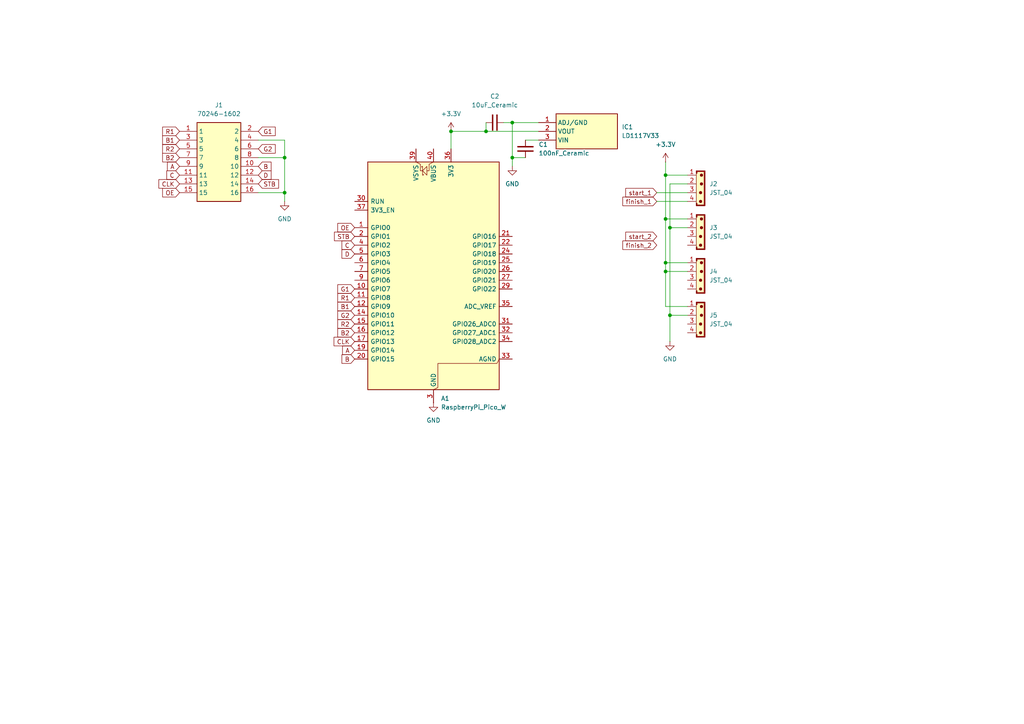
<source format=kicad_sch>
(kicad_sch
	(version 20250114)
	(generator "eeschema")
	(generator_version "9.0")
	(uuid "dff5f108-950d-4200-b3b7-f2fee484ced3")
	(paper "A4")
	(lib_symbols
		(symbol "MCU_Module:RaspberryPi_Pico_W"
			(pin_names
				(offset 0.762)
			)
			(exclude_from_sim no)
			(in_bom yes)
			(on_board yes)
			(property "Reference" "A"
				(at -19.05 35.56 0)
				(effects
					(font
						(size 1.27 1.27)
					)
					(justify left)
				)
			)
			(property "Value" "RaspberryPi_Pico_W"
				(at 7.62 35.56 0)
				(effects
					(font
						(size 1.27 1.27)
					)
					(justify left)
				)
			)
			(property "Footprint" "Module:RaspberryPi_Pico_W_SMD_HandSolder"
				(at 0 -46.99 0)
				(effects
					(font
						(size 1.27 1.27)
					)
					(hide yes)
				)
			)
			(property "Datasheet" "https://datasheets.raspberrypi.com/picow/pico-w-datasheet.pdf"
				(at 0 -49.53 0)
				(effects
					(font
						(size 1.27 1.27)
					)
					(hide yes)
				)
			)
			(property "Description" "Versatile and inexpensive wireless microcontroller module powered by RP2040 dual-core Arm Cortex-M0+ processor up to 133 MHz, 264kB SRAM, 2MB QSPI flash, Infineon CYW43439 2.4GHz 802.11n wireless LAN; also supports Raspberry Pi Pico 2 W"
				(at 0 -52.07 0)
				(effects
					(font
						(size 1.27 1.27)
					)
					(hide yes)
				)
			)
			(property "ki_keywords" "RP2350A M33 RISC-V Hazard3 usb wifi bluetooth"
				(at 0 0 0)
				(effects
					(font
						(size 1.27 1.27)
					)
					(hide yes)
				)
			)
			(property "ki_fp_filters" "RaspberryPi?Pico?Common* RaspberryPi?Pico?W?SMD*"
				(at 0 0 0)
				(effects
					(font
						(size 1.27 1.27)
					)
					(hide yes)
				)
			)
			(symbol "RaspberryPi_Pico_W_0_1"
				(rectangle
					(start -19.05 34.29)
					(end 19.05 -31.75)
					(stroke
						(width 0.254)
						(type default)
					)
					(fill
						(type background)
					)
				)
				(polyline
					(pts
						(xy -5.08 34.29) (xy -3.81 33.655) (xy -3.81 31.75) (xy -3.175 31.75)
					)
					(stroke
						(width 0)
						(type default)
					)
					(fill
						(type none)
					)
				)
				(polyline
					(pts
						(xy -3.429 32.766) (xy -3.429 33.02) (xy -3.175 33.02) (xy -3.175 30.48) (xy -2.921 30.48) (xy -2.921 30.734)
					)
					(stroke
						(width 0)
						(type default)
					)
					(fill
						(type none)
					)
				)
				(polyline
					(pts
						(xy -3.175 31.75) (xy -1.905 33.02) (xy -1.905 30.48) (xy -3.175 31.75)
					)
					(stroke
						(width 0)
						(type default)
					)
					(fill
						(type none)
					)
				)
				(polyline
					(pts
						(xy 0 34.29) (xy -1.27 33.655) (xy -1.27 31.75) (xy -1.905 31.75)
					)
					(stroke
						(width 0)
						(type default)
					)
					(fill
						(type none)
					)
				)
				(polyline
					(pts
						(xy 0 -31.75) (xy 1.27 -31.115) (xy 1.27 -24.13) (xy 18.415 -24.13) (xy 19.05 -22.86)
					)
					(stroke
						(width 0)
						(type default)
					)
					(fill
						(type none)
					)
				)
			)
			(symbol "RaspberryPi_Pico_W_1_1"
				(pin passive line
					(at -22.86 22.86 0)
					(length 3.81)
					(name "RUN"
						(effects
							(font
								(size 1.27 1.27)
							)
						)
					)
					(number "30"
						(effects
							(font
								(size 1.27 1.27)
							)
						)
					)
					(alternate "~{RESET}" passive line)
				)
				(pin passive line
					(at -22.86 20.32 0)
					(length 3.81)
					(name "3V3_EN"
						(effects
							(font
								(size 1.27 1.27)
							)
						)
					)
					(number "37"
						(effects
							(font
								(size 1.27 1.27)
							)
						)
					)
					(alternate "~{3V3_DISABLE}" passive line)
				)
				(pin bidirectional line
					(at -22.86 15.24 0)
					(length 3.81)
					(name "GPIO0"
						(effects
							(font
								(size 1.27 1.27)
							)
						)
					)
					(number "1"
						(effects
							(font
								(size 1.27 1.27)
							)
						)
					)
					(alternate "I2C0_SDA" bidirectional line)
					(alternate "PWM0_A" output line)
					(alternate "SPI0_RX" input line)
					(alternate "UART0_TX" output line)
					(alternate "USB_OVCUR_DET" input line)
				)
				(pin bidirectional line
					(at -22.86 12.7 0)
					(length 3.81)
					(name "GPIO1"
						(effects
							(font
								(size 1.27 1.27)
							)
						)
					)
					(number "2"
						(effects
							(font
								(size 1.27 1.27)
							)
						)
					)
					(alternate "I2C0_SCL" bidirectional clock)
					(alternate "PWM0_B" bidirectional line)
					(alternate "UART0_RX" input line)
					(alternate "USB_VBUS_DET" passive line)
					(alternate "~{SPI0_CSn}" bidirectional line)
				)
				(pin bidirectional line
					(at -22.86 10.16 0)
					(length 3.81)
					(name "GPIO2"
						(effects
							(font
								(size 1.27 1.27)
							)
						)
					)
					(number "4"
						(effects
							(font
								(size 1.27 1.27)
							)
						)
					)
					(alternate "I2C1_SDA" bidirectional line)
					(alternate "PWM1_A" output line)
					(alternate "SPI0_SCK" bidirectional clock)
					(alternate "UART0_CTS" input line)
					(alternate "USB_VBUS_EN" output line)
				)
				(pin bidirectional line
					(at -22.86 7.62 0)
					(length 3.81)
					(name "GPIO3"
						(effects
							(font
								(size 1.27 1.27)
							)
						)
					)
					(number "5"
						(effects
							(font
								(size 1.27 1.27)
							)
						)
					)
					(alternate "I2C1_SCL" bidirectional clock)
					(alternate "PWM1_B" bidirectional line)
					(alternate "SPI0_TX" output line)
					(alternate "UART0_RTS" output line)
					(alternate "USB_OVCUR_DET" input line)
				)
				(pin bidirectional line
					(at -22.86 5.08 0)
					(length 3.81)
					(name "GPIO4"
						(effects
							(font
								(size 1.27 1.27)
							)
						)
					)
					(number "6"
						(effects
							(font
								(size 1.27 1.27)
							)
						)
					)
					(alternate "I2C0_SDA" bidirectional line)
					(alternate "PWM2_A" output line)
					(alternate "SPI0_RX" input line)
					(alternate "UART1_TX" output line)
					(alternate "USB_VBUS_DET" input line)
				)
				(pin bidirectional line
					(at -22.86 2.54 0)
					(length 3.81)
					(name "GPIO5"
						(effects
							(font
								(size 1.27 1.27)
							)
						)
					)
					(number "7"
						(effects
							(font
								(size 1.27 1.27)
							)
						)
					)
					(alternate "I2C0_SCL" bidirectional clock)
					(alternate "PWM2_B" bidirectional line)
					(alternate "UART1_RX" input line)
					(alternate "USB_VBUS_EN" output line)
					(alternate "~{SPI0_CSn}" bidirectional line)
				)
				(pin bidirectional line
					(at -22.86 0 0)
					(length 3.81)
					(name "GPIO6"
						(effects
							(font
								(size 1.27 1.27)
							)
						)
					)
					(number "9"
						(effects
							(font
								(size 1.27 1.27)
							)
						)
					)
					(alternate "I2C1_SDA" bidirectional line)
					(alternate "PWM3_A" output line)
					(alternate "SPI0_SCK" bidirectional clock)
					(alternate "UART1_CTS" input line)
					(alternate "USB_OVCUR_DET" input line)
				)
				(pin bidirectional line
					(at -22.86 -2.54 0)
					(length 3.81)
					(name "GPIO7"
						(effects
							(font
								(size 1.27 1.27)
							)
						)
					)
					(number "10"
						(effects
							(font
								(size 1.27 1.27)
							)
						)
					)
					(alternate "I2C1_SCL" bidirectional clock)
					(alternate "PWM3_B" bidirectional line)
					(alternate "SPI0_TX" output line)
					(alternate "UART1_RTS" output line)
					(alternate "USB_VBUS_DET" input line)
				)
				(pin bidirectional line
					(at -22.86 -5.08 0)
					(length 3.81)
					(name "GPIO8"
						(effects
							(font
								(size 1.27 1.27)
							)
						)
					)
					(number "11"
						(effects
							(font
								(size 1.27 1.27)
							)
						)
					)
					(alternate "I2C0_SDA" bidirectional line)
					(alternate "PWM4_A" output line)
					(alternate "SPI1_RX" input line)
					(alternate "UART1_TX" output line)
					(alternate "USB_VBUS_EN" output line)
				)
				(pin bidirectional line
					(at -22.86 -7.62 0)
					(length 3.81)
					(name "GPIO9"
						(effects
							(font
								(size 1.27 1.27)
							)
						)
					)
					(number "12"
						(effects
							(font
								(size 1.27 1.27)
							)
						)
					)
					(alternate "I2C0_SCL" bidirectional clock)
					(alternate "PWM4_B" bidirectional line)
					(alternate "UART1_RX" input line)
					(alternate "USB_OVCUR_DET" input line)
					(alternate "~{SPI1_CSn}" bidirectional line)
				)
				(pin bidirectional line
					(at -22.86 -10.16 0)
					(length 3.81)
					(name "GPIO10"
						(effects
							(font
								(size 1.27 1.27)
							)
						)
					)
					(number "14"
						(effects
							(font
								(size 1.27 1.27)
							)
						)
					)
					(alternate "I2C1_SDA" bidirectional line)
					(alternate "PWM5_A" output line)
					(alternate "SPI1_SCK" bidirectional clock)
					(alternate "UART1_CTS" input line)
					(alternate "USB_VBUS_DET" input line)
				)
				(pin bidirectional line
					(at -22.86 -12.7 0)
					(length 3.81)
					(name "GPIO11"
						(effects
							(font
								(size 1.27 1.27)
							)
						)
					)
					(number "15"
						(effects
							(font
								(size 1.27 1.27)
							)
						)
					)
					(alternate "I2C1_SCL" bidirectional clock)
					(alternate "PWM5_B" bidirectional line)
					(alternate "SPI1_TX" output line)
					(alternate "UART1_RTS" output line)
					(alternate "USB_VBUS_EN" output line)
				)
				(pin bidirectional line
					(at -22.86 -15.24 0)
					(length 3.81)
					(name "GPIO12"
						(effects
							(font
								(size 1.27 1.27)
							)
						)
					)
					(number "16"
						(effects
							(font
								(size 1.27 1.27)
							)
						)
					)
					(alternate "I2C0_SDA" bidirectional line)
					(alternate "PWM6_A" output line)
					(alternate "SPI1_RX" input line)
					(alternate "UART0_TX" output line)
					(alternate "USB_OVCUR_DET" input line)
				)
				(pin bidirectional line
					(at -22.86 -17.78 0)
					(length 3.81)
					(name "GPIO13"
						(effects
							(font
								(size 1.27 1.27)
							)
						)
					)
					(number "17"
						(effects
							(font
								(size 1.27 1.27)
							)
						)
					)
					(alternate "I2C0_SCL" bidirectional clock)
					(alternate "PWM6_B" bidirectional line)
					(alternate "UART0_RX" input line)
					(alternate "USB_VBUS_DET" input line)
					(alternate "~{SPI1_CSn}" bidirectional line)
				)
				(pin bidirectional line
					(at -22.86 -20.32 0)
					(length 3.81)
					(name "GPIO14"
						(effects
							(font
								(size 1.27 1.27)
							)
						)
					)
					(number "19"
						(effects
							(font
								(size 1.27 1.27)
							)
						)
					)
					(alternate "I2C1_SDA" bidirectional line)
					(alternate "PWM7_A" output line)
					(alternate "SPI1_SCK" bidirectional clock)
					(alternate "UART0_CTS" input line)
					(alternate "USB_VBUS_EN" output line)
				)
				(pin bidirectional line
					(at -22.86 -22.86 0)
					(length 3.81)
					(name "GPIO15"
						(effects
							(font
								(size 1.27 1.27)
							)
						)
					)
					(number "20"
						(effects
							(font
								(size 1.27 1.27)
							)
						)
					)
					(alternate "I2C1_SCL" bidirectional clock)
					(alternate "PWM7_B" bidirectional line)
					(alternate "SPI1_TX" output line)
					(alternate "UART0_RTS" output line)
					(alternate "USB_OVCUR_DET" input line)
				)
				(pin power_in line
					(at -5.08 38.1 270)
					(length 3.81)
					(name "VSYS"
						(effects
							(font
								(size 1.27 1.27)
							)
						)
					)
					(number "39"
						(effects
							(font
								(size 1.27 1.27)
							)
						)
					)
					(alternate "VSYS_OUT" power_out line)
				)
				(pin power_out line
					(at 0 38.1 270)
					(length 3.81)
					(name "VBUS"
						(effects
							(font
								(size 1.27 1.27)
							)
						)
					)
					(number "40"
						(effects
							(font
								(size 1.27 1.27)
							)
						)
					)
					(alternate "VBUS_IN" power_in line)
				)
				(pin passive line
					(at 0 -35.56 90)
					(length 3.81)
					(hide yes)
					(name "GND"
						(effects
							(font
								(size 1.27 1.27)
							)
						)
					)
					(number "13"
						(effects
							(font
								(size 1.27 1.27)
							)
						)
					)
				)
				(pin passive line
					(at 0 -35.56 90)
					(length 3.81)
					(hide yes)
					(name "GND"
						(effects
							(font
								(size 1.27 1.27)
							)
						)
					)
					(number "18"
						(effects
							(font
								(size 1.27 1.27)
							)
						)
					)
				)
				(pin passive line
					(at 0 -35.56 90)
					(length 3.81)
					(hide yes)
					(name "GND"
						(effects
							(font
								(size 1.27 1.27)
							)
						)
					)
					(number "23"
						(effects
							(font
								(size 1.27 1.27)
							)
						)
					)
				)
				(pin passive line
					(at 0 -35.56 90)
					(length 3.81)
					(hide yes)
					(name "GND"
						(effects
							(font
								(size 1.27 1.27)
							)
						)
					)
					(number "28"
						(effects
							(font
								(size 1.27 1.27)
							)
						)
					)
				)
				(pin power_out line
					(at 0 -35.56 90)
					(length 3.81)
					(name "GND"
						(effects
							(font
								(size 1.27 1.27)
							)
						)
					)
					(number "3"
						(effects
							(font
								(size 1.27 1.27)
							)
						)
					)
					(alternate "GND_IN" power_in line)
				)
				(pin passive line
					(at 0 -35.56 90)
					(length 3.81)
					(hide yes)
					(name "GND"
						(effects
							(font
								(size 1.27 1.27)
							)
						)
					)
					(number "38"
						(effects
							(font
								(size 1.27 1.27)
							)
						)
					)
				)
				(pin passive line
					(at 0 -35.56 90)
					(length 3.81)
					(hide yes)
					(name "GND"
						(effects
							(font
								(size 1.27 1.27)
							)
						)
					)
					(number "8"
						(effects
							(font
								(size 1.27 1.27)
							)
						)
					)
				)
				(pin power_out line
					(at 5.08 38.1 270)
					(length 3.81)
					(name "3V3"
						(effects
							(font
								(size 1.27 1.27)
							)
						)
					)
					(number "36"
						(effects
							(font
								(size 1.27 1.27)
							)
						)
					)
				)
				(pin bidirectional line
					(at 22.86 12.7 180)
					(length 3.81)
					(name "GPIO16"
						(effects
							(font
								(size 1.27 1.27)
							)
						)
					)
					(number "21"
						(effects
							(font
								(size 1.27 1.27)
							)
						)
					)
					(alternate "I2C0_SDA" bidirectional line)
					(alternate "PWM0_A" output line)
					(alternate "SPI0_RX" input line)
					(alternate "UART0_TX" output line)
					(alternate "USB_VBUS_DET" input line)
				)
				(pin bidirectional line
					(at 22.86 10.16 180)
					(length 3.81)
					(name "GPIO17"
						(effects
							(font
								(size 1.27 1.27)
							)
						)
					)
					(number "22"
						(effects
							(font
								(size 1.27 1.27)
							)
						)
					)
					(alternate "I2C0_SCL" bidirectional clock)
					(alternate "PWM0_B" bidirectional line)
					(alternate "UART0_RX" input line)
					(alternate "USB_VBUS_EN" output line)
					(alternate "~{SPI0_CSn}" bidirectional line)
				)
				(pin bidirectional line
					(at 22.86 7.62 180)
					(length 3.81)
					(name "GPIO18"
						(effects
							(font
								(size 1.27 1.27)
							)
						)
					)
					(number "24"
						(effects
							(font
								(size 1.27 1.27)
							)
						)
					)
					(alternate "I2C1_SDA" bidirectional line)
					(alternate "PWM1_A" output line)
					(alternate "SPI0_SCK" bidirectional clock)
					(alternate "UART0_CTS" input line)
					(alternate "USB_OVCUR_DET" input line)
				)
				(pin bidirectional line
					(at 22.86 5.08 180)
					(length 3.81)
					(name "GPIO19"
						(effects
							(font
								(size 1.27 1.27)
							)
						)
					)
					(number "25"
						(effects
							(font
								(size 1.27 1.27)
							)
						)
					)
					(alternate "I2C1_SCL" bidirectional clock)
					(alternate "PWM1_B" bidirectional line)
					(alternate "SPI0_TX" output line)
					(alternate "UART0_RTS" output line)
					(alternate "USB_VBUS_DET" input line)
				)
				(pin bidirectional line
					(at 22.86 2.54 180)
					(length 3.81)
					(name "GPIO20"
						(effects
							(font
								(size 1.27 1.27)
							)
						)
					)
					(number "26"
						(effects
							(font
								(size 1.27 1.27)
							)
						)
					)
					(alternate "CLOCK_GPIN0" input clock)
					(alternate "I2C0_SDA" bidirectional line)
					(alternate "PWM2_A" output line)
					(alternate "SPI0_RX" input line)
					(alternate "UART1_TX" output line)
					(alternate "USB_VBUS_EN" output line)
				)
				(pin bidirectional line
					(at 22.86 0 180)
					(length 3.81)
					(name "GPIO21"
						(effects
							(font
								(size 1.27 1.27)
							)
						)
					)
					(number "27"
						(effects
							(font
								(size 1.27 1.27)
							)
						)
					)
					(alternate "CLOCK_GPOUT0" output clock)
					(alternate "I2C0_SCL" bidirectional clock)
					(alternate "PWM2_B" bidirectional line)
					(alternate "UART1_RX" input line)
					(alternate "USB_OVCUR_DET" input line)
					(alternate "~{SPI0_CSn}" bidirectional line)
				)
				(pin bidirectional line
					(at 22.86 -2.54 180)
					(length 3.81)
					(name "GPIO22"
						(effects
							(font
								(size 1.27 1.27)
							)
						)
					)
					(number "29"
						(effects
							(font
								(size 1.27 1.27)
							)
						)
					)
					(alternate "CLOCK_GPIN1" input clock)
					(alternate "I2C1_SDA" bidirectional line)
					(alternate "PWM3_A" output line)
					(alternate "SPI0_SCK" bidirectional clock)
					(alternate "UART1_CTS" input line)
					(alternate "USB_VBUS_DET" input line)
				)
				(pin power_in line
					(at 22.86 -7.62 180)
					(length 3.81)
					(name "ADC_VREF"
						(effects
							(font
								(size 1.27 1.27)
							)
						)
					)
					(number "35"
						(effects
							(font
								(size 1.27 1.27)
							)
						)
					)
				)
				(pin bidirectional line
					(at 22.86 -12.7 180)
					(length 3.81)
					(name "GPIO26_ADC0"
						(effects
							(font
								(size 1.27 1.27)
							)
						)
					)
					(number "31"
						(effects
							(font
								(size 1.27 1.27)
							)
						)
					)
					(alternate "ADC0" input line)
					(alternate "GPIO26" bidirectional line)
					(alternate "I2C1_SDA" bidirectional line)
					(alternate "PWM5_A" output line)
					(alternate "SPI1_SCK" bidirectional clock)
					(alternate "UART1_CTS" input line)
					(alternate "USB_VBUS_EN" output line)
				)
				(pin bidirectional line
					(at 22.86 -15.24 180)
					(length 3.81)
					(name "GPIO27_ADC1"
						(effects
							(font
								(size 1.27 1.27)
							)
						)
					)
					(number "32"
						(effects
							(font
								(size 1.27 1.27)
							)
						)
					)
					(alternate "ADC1" input line)
					(alternate "GPIO27" bidirectional line)
					(alternate "I2C1_SCL" bidirectional clock)
					(alternate "PWM5_B" bidirectional line)
					(alternate "SPI1_TX" output line)
					(alternate "UART1_RTS" output line)
					(alternate "USB_OVCUR_DET" input line)
				)
				(pin bidirectional line
					(at 22.86 -17.78 180)
					(length 3.81)
					(name "GPIO28_ADC2"
						(effects
							(font
								(size 1.27 1.27)
							)
						)
					)
					(number "34"
						(effects
							(font
								(size 1.27 1.27)
							)
						)
					)
					(alternate "ADC2" input line)
					(alternate "GPIO28" bidirectional line)
					(alternate "I2C0_SDA" bidirectional line)
					(alternate "PWM6_A" output line)
					(alternate "SPI1_RX" input line)
					(alternate "UART0_TX" output line)
					(alternate "USB_VBUS_DET" input line)
				)
				(pin power_out line
					(at 22.86 -22.86 180)
					(length 3.81)
					(name "AGND"
						(effects
							(font
								(size 1.27 1.27)
							)
						)
					)
					(number "33"
						(effects
							(font
								(size 1.27 1.27)
							)
						)
					)
					(alternate "GND" passive line)
				)
			)
			(embedded_fonts no)
		)
		(symbol "PCM_SL_Capacitors:100nF_Ceramic"
			(exclude_from_sim no)
			(in_bom yes)
			(on_board yes)
			(property "Reference" "C"
				(at 0 6.35 0)
				(effects
					(font
						(size 1.27 1.27)
					)
				)
			)
			(property "Value" "100nF_Ceramic"
				(at 0 3.81 0)
				(effects
					(font
						(size 1.27 1.27)
					)
				)
			)
			(property "Footprint" "Capacitor_THT:C_Disc_D5.0mm_W2.5mm_P2.50mm"
				(at 0 -3.81 0)
				(effects
					(font
						(size 1.27 1.27)
					)
					(hide yes)
				)
			)
			(property "Datasheet" ""
				(at 0 0 0)
				(effects
					(font
						(size 1.27 1.27)
					)
					(hide yes)
				)
			)
			(property "Description" "100nF Ceramic Capacitor"
				(at 0 0 0)
				(effects
					(font
						(size 1.27 1.27)
					)
					(hide yes)
				)
			)
			(property "ki_keywords" "Ceramic Capacitor 104 100nF"
				(at 0 0 0)
				(effects
					(font
						(size 1.27 1.27)
					)
					(hide yes)
				)
			)
			(symbol "100nF_Ceramic_0_1"
				(rectangle
					(start -0.762 2.286)
					(end -0.508 -2.286)
					(stroke
						(width 0)
						(type default)
					)
					(fill
						(type outline)
					)
				)
				(rectangle
					(start 0.508 2.286)
					(end 0.762 -2.286)
					(stroke
						(width 0)
						(type default)
					)
					(fill
						(type outline)
					)
				)
			)
			(symbol "100nF_Ceramic_1_1"
				(pin passive line
					(at -2.54 0 0)
					(length 2)
					(name "~"
						(effects
							(font
								(size 0 0)
							)
						)
					)
					(number "1"
						(effects
							(font
								(size 0 0)
							)
						)
					)
				)
				(pin input line
					(at 2.54 0 180)
					(length 2)
					(name "~"
						(effects
							(font
								(size 0 0)
							)
						)
					)
					(number "2"
						(effects
							(font
								(size 0 0)
							)
						)
					)
				)
			)
			(embedded_fonts no)
		)
		(symbol "PCM_SL_Connectors:JST_04"
			(exclude_from_sim no)
			(in_bom yes)
			(on_board yes)
			(property "Reference" "J"
				(at 0 10.414 0)
				(effects
					(font
						(size 1.27 1.27)
					)
				)
			)
			(property "Value" "JST_04"
				(at 0 7.874 0)
				(effects
					(font
						(size 1.27 1.27)
					)
				)
			)
			(property "Footprint" "Connector_JST:JST_EH_B4B-EH-A_1x04_P2.50mm_Vertical"
				(at 0 9.144 0)
				(effects
					(font
						(size 1.27 1.27)
					)
					(hide yes)
				)
			)
			(property "Datasheet" ""
				(at 0 9.144 0)
				(effects
					(font
						(size 1.27 1.27)
					)
					(hide yes)
				)
			)
			(property "Description" "JST Connector  4 pins"
				(at 0 0 0)
				(effects
					(font
						(size 1.27 1.27)
					)
					(hide yes)
				)
			)
			(property "ki_keywords" "JST"
				(at 0 0 0)
				(effects
					(font
						(size 1.27 1.27)
					)
					(hide yes)
				)
			)
			(property "ki_fp_filters" "Connector_JST:JST_EH_S4B-EH_1x04_P2.50mm_Horizontal"
				(at 0 0 0)
				(effects
					(font
						(size 1.27 1.27)
					)
					(hide yes)
				)
			)
			(symbol "JST_04_0_1"
				(rectangle
					(start -1.27 5.334)
					(end 1.27 -4.826)
					(stroke
						(width 0)
						(type default)
					)
					(fill
						(type background)
					)
				)
				(polyline
					(pts
						(xy -1.27 -4.064) (xy -1.27 -4.826) (xy 1.27 -4.826) (xy 1.27 -4.064) (xy 1.016 -4.064) (xy 1.016 -4.572)
						(xy -1.016 -4.572) (xy -1.016 -4.064) (xy -1.27 -4.064)
					)
					(stroke
						(width 0)
						(type default)
					)
					(fill
						(type outline)
					)
				)
				(circle
					(center 0 -1.016)
					(radius 0.381)
					(stroke
						(width 0)
						(type default)
					)
					(fill
						(type outline)
					)
				)
				(circle
					(center 0 -3.556)
					(radius 0.381)
					(stroke
						(width 0)
						(type default)
					)
					(fill
						(type outline)
					)
				)
				(circle
					(center 0.254 4.064)
					(radius 0.381)
					(stroke
						(width 0)
						(type default)
					)
					(fill
						(type outline)
					)
				)
				(circle
					(center 0.254 1.524)
					(radius 0.381)
					(stroke
						(width 0)
						(type default)
					)
					(fill
						(type outline)
					)
				)
				(rectangle
					(start 1.016 4.572)
					(end 1.27 -4.064)
					(stroke
						(width 0)
						(type default)
					)
					(fill
						(type outline)
					)
				)
				(polyline
					(pts
						(xy 1.27 4.572) (xy 1.27 5.334) (xy -1.27 5.334) (xy -1.27 4.572) (xy -1.016 4.572) (xy -1.016 5.08)
						(xy 1.016 5.08) (xy 1.016 4.572) (xy 1.27 4.572)
					)
					(stroke
						(width 0)
						(type default)
					)
					(fill
						(type outline)
					)
				)
			)
			(symbol "JST_04_1_1"
				(pin passive line
					(at -3.81 4.064 0)
					(length 2.54)
					(name ""
						(effects
							(font
								(size 1.27 1.27)
							)
						)
					)
					(number "1"
						(effects
							(font
								(size 1.27 1.27)
							)
						)
					)
				)
				(pin passive line
					(at -3.81 1.524 0)
					(length 2.54)
					(name ""
						(effects
							(font
								(size 1.27 1.27)
							)
						)
					)
					(number "2"
						(effects
							(font
								(size 1.27 1.27)
							)
						)
					)
				)
				(pin passive line
					(at -3.81 -1.016 0)
					(length 2.54)
					(name ""
						(effects
							(font
								(size 1.27 1.27)
							)
						)
					)
					(number "3"
						(effects
							(font
								(size 1.27 1.27)
							)
						)
					)
				)
				(pin passive line
					(at -3.81 -3.556 0)
					(length 2.54)
					(name ""
						(effects
							(font
								(size 1.27 1.27)
							)
						)
					)
					(number "4"
						(effects
							(font
								(size 1.27 1.27)
							)
						)
					)
				)
			)
			(embedded_fonts no)
		)
		(symbol "SamacSys_Parts:70246-1602"
			(exclude_from_sim no)
			(in_bom yes)
			(on_board yes)
			(property "Reference" "J"
				(at 19.05 7.62 0)
				(effects
					(font
						(size 1.27 1.27)
					)
					(justify left top)
				)
			)
			(property "Value" "70246-1602"
				(at 19.05 5.08 0)
				(effects
					(font
						(size 1.27 1.27)
					)
					(justify left top)
				)
			)
			(property "Footprint" "SHDR16W99P254_2X8_2794X889X927P"
				(at 19.05 -94.92 0)
				(effects
					(font
						(size 1.27 1.27)
					)
					(justify left top)
					(hide yes)
				)
			)
			(property "Datasheet" "https://www.molex.com/pdm_docs/sd/702461602_sd.pdf"
				(at 19.05 -194.92 0)
				(effects
					(font
						(size 1.27 1.27)
					)
					(justify left top)
					(hide yes)
				)
			)
			(property "Description" "Headers & Wire Housings 2.54mm CGrid Hdr Shr d /Slt .76AuLF 16Ckt"
				(at 0 0 0)
				(effects
					(font
						(size 1.27 1.27)
					)
					(hide yes)
				)
			)
			(property "Height" "9.27"
				(at 19.05 -394.92 0)
				(effects
					(font
						(size 1.27 1.27)
					)
					(justify left top)
					(hide yes)
				)
			)
			(property "Mouser Part Number" "538-70246-1602"
				(at 19.05 -494.92 0)
				(effects
					(font
						(size 1.27 1.27)
					)
					(justify left top)
					(hide yes)
				)
			)
			(property "Mouser Price/Stock" "https://www.mouser.co.uk/ProductDetail/Molex/70246-1602?qs=Y%2FrI5Y8Al89vLxTpaytoaQ%3D%3D"
				(at 19.05 -594.92 0)
				(effects
					(font
						(size 1.27 1.27)
					)
					(justify left top)
					(hide yes)
				)
			)
			(property "Manufacturer_Name" "Molex"
				(at 19.05 -694.92 0)
				(effects
					(font
						(size 1.27 1.27)
					)
					(justify left top)
					(hide yes)
				)
			)
			(property "Manufacturer_Part_Number" "70246-1602"
				(at 19.05 -794.92 0)
				(effects
					(font
						(size 1.27 1.27)
					)
					(justify left top)
					(hide yes)
				)
			)
			(symbol "70246-1602_1_1"
				(rectangle
					(start 5.08 2.54)
					(end 17.78 -20.32)
					(stroke
						(width 0.254)
						(type default)
					)
					(fill
						(type background)
					)
				)
				(pin passive line
					(at 0 0 0)
					(length 5.08)
					(name "1"
						(effects
							(font
								(size 1.27 1.27)
							)
						)
					)
					(number "1"
						(effects
							(font
								(size 1.27 1.27)
							)
						)
					)
				)
				(pin passive line
					(at 0 -2.54 0)
					(length 5.08)
					(name "3"
						(effects
							(font
								(size 1.27 1.27)
							)
						)
					)
					(number "3"
						(effects
							(font
								(size 1.27 1.27)
							)
						)
					)
				)
				(pin passive line
					(at 0 -5.08 0)
					(length 5.08)
					(name "5"
						(effects
							(font
								(size 1.27 1.27)
							)
						)
					)
					(number "5"
						(effects
							(font
								(size 1.27 1.27)
							)
						)
					)
				)
				(pin passive line
					(at 0 -7.62 0)
					(length 5.08)
					(name "7"
						(effects
							(font
								(size 1.27 1.27)
							)
						)
					)
					(number "7"
						(effects
							(font
								(size 1.27 1.27)
							)
						)
					)
				)
				(pin passive line
					(at 0 -10.16 0)
					(length 5.08)
					(name "9"
						(effects
							(font
								(size 1.27 1.27)
							)
						)
					)
					(number "9"
						(effects
							(font
								(size 1.27 1.27)
							)
						)
					)
				)
				(pin passive line
					(at 0 -12.7 0)
					(length 5.08)
					(name "11"
						(effects
							(font
								(size 1.27 1.27)
							)
						)
					)
					(number "11"
						(effects
							(font
								(size 1.27 1.27)
							)
						)
					)
				)
				(pin passive line
					(at 0 -15.24 0)
					(length 5.08)
					(name "13"
						(effects
							(font
								(size 1.27 1.27)
							)
						)
					)
					(number "13"
						(effects
							(font
								(size 1.27 1.27)
							)
						)
					)
				)
				(pin passive line
					(at 0 -17.78 0)
					(length 5.08)
					(name "15"
						(effects
							(font
								(size 1.27 1.27)
							)
						)
					)
					(number "15"
						(effects
							(font
								(size 1.27 1.27)
							)
						)
					)
				)
				(pin passive line
					(at 22.86 0 180)
					(length 5.08)
					(name "2"
						(effects
							(font
								(size 1.27 1.27)
							)
						)
					)
					(number "2"
						(effects
							(font
								(size 1.27 1.27)
							)
						)
					)
				)
				(pin passive line
					(at 22.86 -2.54 180)
					(length 5.08)
					(name "4"
						(effects
							(font
								(size 1.27 1.27)
							)
						)
					)
					(number "4"
						(effects
							(font
								(size 1.27 1.27)
							)
						)
					)
				)
				(pin passive line
					(at 22.86 -5.08 180)
					(length 5.08)
					(name "6"
						(effects
							(font
								(size 1.27 1.27)
							)
						)
					)
					(number "6"
						(effects
							(font
								(size 1.27 1.27)
							)
						)
					)
				)
				(pin passive line
					(at 22.86 -7.62 180)
					(length 5.08)
					(name "8"
						(effects
							(font
								(size 1.27 1.27)
							)
						)
					)
					(number "8"
						(effects
							(font
								(size 1.27 1.27)
							)
						)
					)
				)
				(pin passive line
					(at 22.86 -10.16 180)
					(length 5.08)
					(name "10"
						(effects
							(font
								(size 1.27 1.27)
							)
						)
					)
					(number "10"
						(effects
							(font
								(size 1.27 1.27)
							)
						)
					)
				)
				(pin passive line
					(at 22.86 -12.7 180)
					(length 5.08)
					(name "12"
						(effects
							(font
								(size 1.27 1.27)
							)
						)
					)
					(number "12"
						(effects
							(font
								(size 1.27 1.27)
							)
						)
					)
				)
				(pin passive line
					(at 22.86 -15.24 180)
					(length 5.08)
					(name "14"
						(effects
							(font
								(size 1.27 1.27)
							)
						)
					)
					(number "14"
						(effects
							(font
								(size 1.27 1.27)
							)
						)
					)
				)
				(pin passive line
					(at 22.86 -17.78 180)
					(length 5.08)
					(name "16"
						(effects
							(font
								(size 1.27 1.27)
							)
						)
					)
					(number "16"
						(effects
							(font
								(size 1.27 1.27)
							)
						)
					)
				)
			)
			(embedded_fonts no)
		)
		(symbol "SamacSys_Parts:LD1117V33"
			(exclude_from_sim no)
			(in_bom yes)
			(on_board yes)
			(property "Reference" "IC"
				(at 24.13 7.62 0)
				(effects
					(font
						(size 1.27 1.27)
					)
					(justify left top)
				)
			)
			(property "Value" "LD1117V33"
				(at 24.13 5.08 0)
				(effects
					(font
						(size 1.27 1.27)
					)
					(justify left top)
				)
			)
			(property "Footprint" "TO255P460X1020X2008-3P"
				(at 24.13 -94.92 0)
				(effects
					(font
						(size 1.27 1.27)
					)
					(justify left top)
					(hide yes)
				)
			)
			(property "Datasheet" "http://www.st.com/web/en/resource/technical/document/datasheet/CD00000544.pdf"
				(at 24.13 -194.92 0)
				(effects
					(font
						(size 1.27 1.27)
					)
					(justify left top)
					(hide yes)
				)
			)
			(property "Description" "800mA,3.3V,LDO Voltage Reg.,LD1117V33 STMicroelectronics LD1117V33, LDO Voltage Regulator, 1.3A, 3.3 V +/-1%, 3-Pin TO-220"
				(at 0 0 0)
				(effects
					(font
						(size 1.27 1.27)
					)
					(hide yes)
				)
			)
			(property "Height" "4.6"
				(at 24.13 -394.92 0)
				(effects
					(font
						(size 1.27 1.27)
					)
					(justify left top)
					(hide yes)
				)
			)
			(property "Mouser Part Number" "511-LD1117V33"
				(at 24.13 -494.92 0)
				(effects
					(font
						(size 1.27 1.27)
					)
					(justify left top)
					(hide yes)
				)
			)
			(property "Mouser Price/Stock" "https://www.mouser.co.uk/ProductDetail/STMicroelectronics/LD1117V33?qs=arR7071FstdSYX%2FAthFGRA%3D%3D"
				(at 24.13 -594.92 0)
				(effects
					(font
						(size 1.27 1.27)
					)
					(justify left top)
					(hide yes)
				)
			)
			(property "Manufacturer_Name" "STMicroelectronics"
				(at 24.13 -694.92 0)
				(effects
					(font
						(size 1.27 1.27)
					)
					(justify left top)
					(hide yes)
				)
			)
			(property "Manufacturer_Part_Number" "LD1117V33"
				(at 24.13 -794.92 0)
				(effects
					(font
						(size 1.27 1.27)
					)
					(justify left top)
					(hide yes)
				)
			)
			(symbol "LD1117V33_1_1"
				(rectangle
					(start 5.08 2.54)
					(end 22.86 -7.62)
					(stroke
						(width 0.254)
						(type default)
					)
					(fill
						(type background)
					)
				)
				(pin passive line
					(at 0 0 0)
					(length 5.08)
					(name "ADJ/GND"
						(effects
							(font
								(size 1.27 1.27)
							)
						)
					)
					(number "1"
						(effects
							(font
								(size 1.27 1.27)
							)
						)
					)
				)
				(pin passive line
					(at 0 -2.54 0)
					(length 5.08)
					(name "VOUT"
						(effects
							(font
								(size 1.27 1.27)
							)
						)
					)
					(number "2"
						(effects
							(font
								(size 1.27 1.27)
							)
						)
					)
				)
				(pin passive line
					(at 0 -5.08 0)
					(length 5.08)
					(name "VIN"
						(effects
							(font
								(size 1.27 1.27)
							)
						)
					)
					(number "3"
						(effects
							(font
								(size 1.27 1.27)
							)
						)
					)
				)
			)
			(embedded_fonts no)
		)
		(symbol "power:+3.3V"
			(power)
			(pin_numbers
				(hide yes)
			)
			(pin_names
				(offset 0)
				(hide yes)
			)
			(exclude_from_sim no)
			(in_bom yes)
			(on_board yes)
			(property "Reference" "#PWR"
				(at 0 -3.81 0)
				(effects
					(font
						(size 1.27 1.27)
					)
					(hide yes)
				)
			)
			(property "Value" "+3.3V"
				(at 0 3.556 0)
				(effects
					(font
						(size 1.27 1.27)
					)
				)
			)
			(property "Footprint" ""
				(at 0 0 0)
				(effects
					(font
						(size 1.27 1.27)
					)
					(hide yes)
				)
			)
			(property "Datasheet" ""
				(at 0 0 0)
				(effects
					(font
						(size 1.27 1.27)
					)
					(hide yes)
				)
			)
			(property "Description" "Power symbol creates a global label with name \"+3.3V\""
				(at 0 0 0)
				(effects
					(font
						(size 1.27 1.27)
					)
					(hide yes)
				)
			)
			(property "ki_keywords" "global power"
				(at 0 0 0)
				(effects
					(font
						(size 1.27 1.27)
					)
					(hide yes)
				)
			)
			(symbol "+3.3V_0_1"
				(polyline
					(pts
						(xy -0.762 1.27) (xy 0 2.54)
					)
					(stroke
						(width 0)
						(type default)
					)
					(fill
						(type none)
					)
				)
				(polyline
					(pts
						(xy 0 2.54) (xy 0.762 1.27)
					)
					(stroke
						(width 0)
						(type default)
					)
					(fill
						(type none)
					)
				)
				(polyline
					(pts
						(xy 0 0) (xy 0 2.54)
					)
					(stroke
						(width 0)
						(type default)
					)
					(fill
						(type none)
					)
				)
			)
			(symbol "+3.3V_1_1"
				(pin power_in line
					(at 0 0 90)
					(length 0)
					(name "~"
						(effects
							(font
								(size 1.27 1.27)
							)
						)
					)
					(number "1"
						(effects
							(font
								(size 1.27 1.27)
							)
						)
					)
				)
			)
			(embedded_fonts no)
		)
		(symbol "power:GND"
			(power)
			(pin_numbers
				(hide yes)
			)
			(pin_names
				(offset 0)
				(hide yes)
			)
			(exclude_from_sim no)
			(in_bom yes)
			(on_board yes)
			(property "Reference" "#PWR"
				(at 0 -6.35 0)
				(effects
					(font
						(size 1.27 1.27)
					)
					(hide yes)
				)
			)
			(property "Value" "GND"
				(at 0 -3.81 0)
				(effects
					(font
						(size 1.27 1.27)
					)
				)
			)
			(property "Footprint" ""
				(at 0 0 0)
				(effects
					(font
						(size 1.27 1.27)
					)
					(hide yes)
				)
			)
			(property "Datasheet" ""
				(at 0 0 0)
				(effects
					(font
						(size 1.27 1.27)
					)
					(hide yes)
				)
			)
			(property "Description" "Power symbol creates a global label with name \"GND\" , ground"
				(at 0 0 0)
				(effects
					(font
						(size 1.27 1.27)
					)
					(hide yes)
				)
			)
			(property "ki_keywords" "global power"
				(at 0 0 0)
				(effects
					(font
						(size 1.27 1.27)
					)
					(hide yes)
				)
			)
			(symbol "GND_0_1"
				(polyline
					(pts
						(xy 0 0) (xy 0 -1.27) (xy 1.27 -1.27) (xy 0 -2.54) (xy -1.27 -1.27) (xy 0 -1.27)
					)
					(stroke
						(width 0)
						(type default)
					)
					(fill
						(type none)
					)
				)
			)
			(symbol "GND_1_1"
				(pin power_in line
					(at 0 0 270)
					(length 0)
					(name "~"
						(effects
							(font
								(size 1.27 1.27)
							)
						)
					)
					(number "1"
						(effects
							(font
								(size 1.27 1.27)
							)
						)
					)
				)
			)
			(embedded_fonts no)
		)
	)
	(junction
		(at 148.59 45.72)
		(diameter 0)
		(color 0 0 0 0)
		(uuid "0c31b64b-2b83-447f-97e1-159b6956448a")
	)
	(junction
		(at 130.81 38.1)
		(diameter 0)
		(color 0 0 0 0)
		(uuid "19e17e98-4894-49e2-9b58-acef5f998248")
	)
	(junction
		(at 193.04 76.2)
		(diameter 0)
		(color 0 0 0 0)
		(uuid "2462e47c-af54-4adc-bc07-85abc841a9f2")
	)
	(junction
		(at 193.04 63.5)
		(diameter 0)
		(color 0 0 0 0)
		(uuid "36c2f905-196c-47e8-8fea-3e3fa0f4a165")
	)
	(junction
		(at 140.97 38.1)
		(diameter 0)
		(color 0 0 0 0)
		(uuid "3a8a3486-c69d-430d-b5cf-f88e7b745f75")
	)
	(junction
		(at 148.59 35.56)
		(diameter 0)
		(color 0 0 0 0)
		(uuid "5fa25ca5-2994-4a5a-a4c4-c87e0806e4fd")
	)
	(junction
		(at 193.04 50.8)
		(diameter 0)
		(color 0 0 0 0)
		(uuid "957b6c39-b628-49b2-b4fc-0e0ff1910419")
	)
	(junction
		(at 194.31 66.04)
		(diameter 0)
		(color 0 0 0 0)
		(uuid "99cdbd42-3429-4d92-9a3d-317cf7adfc08")
	)
	(junction
		(at 193.04 78.74)
		(diameter 0)
		(color 0 0 0 0)
		(uuid "9aa59ddf-4557-43c1-bfdc-90efd1016eb7")
	)
	(junction
		(at 194.31 91.44)
		(diameter 0)
		(color 0 0 0 0)
		(uuid "9ece6fd5-65ea-40a6-9fbc-39ff870c3cc0")
	)
	(junction
		(at 82.55 45.72)
		(diameter 0)
		(color 0 0 0 0)
		(uuid "d79e1e8d-2fc8-42d0-b31e-77c660416045")
	)
	(junction
		(at 82.55 55.88)
		(diameter 0)
		(color 0 0 0 0)
		(uuid "e4d9665e-9028-4215-90bb-204f66cae752")
	)
	(wire
		(pts
			(xy 193.04 63.5) (xy 199.39 63.5)
		)
		(stroke
			(width 0)
			(type default)
		)
		(uuid "00025b4d-1e4a-41be-b0bf-32442a8894a7")
	)
	(wire
		(pts
			(xy 140.97 35.56) (xy 140.97 38.1)
		)
		(stroke
			(width 0)
			(type default)
		)
		(uuid "05320882-6309-4dae-a633-07a9fce80acc")
	)
	(wire
		(pts
			(xy 148.59 45.72) (xy 148.59 48.26)
		)
		(stroke
			(width 0)
			(type default)
		)
		(uuid "28efad18-a08d-4386-a1c1-d91231aa27fe")
	)
	(wire
		(pts
			(xy 193.04 63.5) (xy 193.04 76.2)
		)
		(stroke
			(width 0)
			(type default)
		)
		(uuid "32781235-450b-4869-b7c6-cccad7876312")
	)
	(wire
		(pts
			(xy 190.5 55.88) (xy 199.39 55.88)
		)
		(stroke
			(width 0)
			(type default)
		)
		(uuid "359751a5-ea91-4092-814d-58a0343c8c73")
	)
	(wire
		(pts
			(xy 194.31 91.44) (xy 199.39 91.44)
		)
		(stroke
			(width 0)
			(type default)
		)
		(uuid "3b87aa54-0cee-40dd-a662-be8900b1cdd8")
	)
	(wire
		(pts
			(xy 193.04 78.74) (xy 199.39 78.74)
		)
		(stroke
			(width 0)
			(type default)
		)
		(uuid "4269d8e6-17ff-4345-a8c8-1df2cd0725f1")
	)
	(wire
		(pts
			(xy 193.04 50.8) (xy 193.04 63.5)
		)
		(stroke
			(width 0)
			(type default)
		)
		(uuid "5186144f-553c-4e34-9162-44dd74a5a7d4")
	)
	(wire
		(pts
			(xy 148.59 35.56) (xy 148.59 45.72)
		)
		(stroke
			(width 0)
			(type default)
		)
		(uuid "57766609-f13f-42ce-89de-b5035eb3f59f")
	)
	(wire
		(pts
			(xy 193.04 50.8) (xy 199.39 50.8)
		)
		(stroke
			(width 0)
			(type default)
		)
		(uuid "61571c6a-9d25-4a98-bf66-f1134146b114")
	)
	(wire
		(pts
			(xy 152.4 40.64) (xy 156.21 40.64)
		)
		(stroke
			(width 0)
			(type default)
		)
		(uuid "63507738-5c99-44bc-a1c0-517fb510a843")
	)
	(wire
		(pts
			(xy 82.55 45.72) (xy 74.93 45.72)
		)
		(stroke
			(width 0)
			(type default)
		)
		(uuid "66599c31-1e23-4af0-96ab-186c9421bd06")
	)
	(wire
		(pts
			(xy 148.59 45.72) (xy 152.4 45.72)
		)
		(stroke
			(width 0)
			(type default)
		)
		(uuid "6838e459-bc5e-42b9-a485-0938d8e63d28")
	)
	(wire
		(pts
			(xy 194.31 53.34) (xy 199.39 53.34)
		)
		(stroke
			(width 0)
			(type default)
		)
		(uuid "7361bffa-2c51-404a-890e-f9056d6fa4c9")
	)
	(wire
		(pts
			(xy 194.31 66.04) (xy 199.39 66.04)
		)
		(stroke
			(width 0)
			(type default)
		)
		(uuid "78cef750-b611-4bfa-9a95-d070fdfccee6")
	)
	(wire
		(pts
			(xy 193.04 76.2) (xy 199.39 76.2)
		)
		(stroke
			(width 0)
			(type default)
		)
		(uuid "7fc997d9-8c06-4492-b11c-181b03bf7b0f")
	)
	(wire
		(pts
			(xy 193.04 46.99) (xy 193.04 50.8)
		)
		(stroke
			(width 0)
			(type default)
		)
		(uuid "953623e9-1469-49a4-9ec2-40fd7f1df0e3")
	)
	(wire
		(pts
			(xy 156.21 35.56) (xy 148.59 35.56)
		)
		(stroke
			(width 0)
			(type default)
		)
		(uuid "95d1f32a-d59f-4413-9b4f-605dbd95d187")
	)
	(wire
		(pts
			(xy 130.81 38.1) (xy 130.81 43.18)
		)
		(stroke
			(width 0)
			(type default)
		)
		(uuid "97435443-7869-4289-8e31-9dfc742d3505")
	)
	(wire
		(pts
			(xy 146.05 35.56) (xy 148.59 35.56)
		)
		(stroke
			(width 0)
			(type default)
		)
		(uuid "9c7bd4e4-b4ee-4a37-8172-031133fc5992")
	)
	(wire
		(pts
			(xy 82.55 40.64) (xy 74.93 40.64)
		)
		(stroke
			(width 0)
			(type default)
		)
		(uuid "a1925159-0aa6-43c0-b014-d89b386dce6b")
	)
	(wire
		(pts
			(xy 194.31 91.44) (xy 194.31 99.06)
		)
		(stroke
			(width 0)
			(type default)
		)
		(uuid "a728b1f7-3808-4112-a8dd-41c027c100da")
	)
	(wire
		(pts
			(xy 194.31 66.04) (xy 194.31 91.44)
		)
		(stroke
			(width 0)
			(type default)
		)
		(uuid "af756b25-bba7-4377-9912-07972cdbfe61")
	)
	(wire
		(pts
			(xy 82.55 45.72) (xy 82.55 40.64)
		)
		(stroke
			(width 0)
			(type default)
		)
		(uuid "b65120ee-4f8b-4f78-b954-9c7bae1a745a")
	)
	(wire
		(pts
			(xy 140.97 38.1) (xy 156.21 38.1)
		)
		(stroke
			(width 0)
			(type default)
		)
		(uuid "c5e6cc19-0143-474e-ae84-1d9ff70ef62a")
	)
	(wire
		(pts
			(xy 82.55 58.42) (xy 82.55 55.88)
		)
		(stroke
			(width 0)
			(type default)
		)
		(uuid "c7a8b56c-c0da-4ad8-b2eb-11ca7a24b9dc")
	)
	(wire
		(pts
			(xy 193.04 76.2) (xy 193.04 78.74)
		)
		(stroke
			(width 0)
			(type default)
		)
		(uuid "d4d86114-3ba2-49da-bddf-cd857ecc3135")
	)
	(wire
		(pts
			(xy 194.31 53.34) (xy 194.31 66.04)
		)
		(stroke
			(width 0)
			(type default)
		)
		(uuid "d4ed06b6-ccb3-4f31-803a-5169260c9571")
	)
	(wire
		(pts
			(xy 82.55 55.88) (xy 74.93 55.88)
		)
		(stroke
			(width 0)
			(type default)
		)
		(uuid "d9602bdc-18bd-4652-a417-58566c981d97")
	)
	(wire
		(pts
			(xy 193.04 88.9) (xy 199.39 88.9)
		)
		(stroke
			(width 0)
			(type default)
		)
		(uuid "dcc63031-0e16-433a-b248-85c7f2eb4057")
	)
	(wire
		(pts
			(xy 190.5 58.42) (xy 199.39 58.42)
		)
		(stroke
			(width 0)
			(type default)
		)
		(uuid "dec61fc9-cbc9-4fa9-8d0e-fd39f768f605")
	)
	(wire
		(pts
			(xy 130.81 38.1) (xy 140.97 38.1)
		)
		(stroke
			(width 0)
			(type default)
		)
		(uuid "e6cea836-7e5c-4dd2-bad6-bb16ab097ca6")
	)
	(wire
		(pts
			(xy 193.04 78.74) (xy 193.04 88.9)
		)
		(stroke
			(width 0)
			(type default)
		)
		(uuid "f92f2da6-54d3-48e8-b168-a67547b9596e")
	)
	(wire
		(pts
			(xy 82.55 55.88) (xy 82.55 45.72)
		)
		(stroke
			(width 0)
			(type default)
		)
		(uuid "fae42d65-331f-4dfe-8147-272974f4b91a")
	)
	(global_label "CLK"
		(shape input)
		(at 102.87 99.06 180)
		(fields_autoplaced yes)
		(effects
			(font
				(size 1.27 1.27)
			)
			(justify right)
		)
		(uuid "0b310634-1f4b-4e9b-9cef-d9d1d3bbc4d6")
		(property "Intersheetrefs" "${INTERSHEET_REFS}"
			(at 96.3167 99.06 0)
			(effects
				(font
					(size 1.27 1.27)
				)
				(justify right)
				(hide yes)
			)
		)
	)
	(global_label "B1"
		(shape input)
		(at 52.07 40.64 180)
		(fields_autoplaced yes)
		(effects
			(font
				(size 1.27 1.27)
			)
			(justify right)
		)
		(uuid "175c9cd6-3ee6-42ff-8239-97b545c2d167")
		(property "Intersheetrefs" "${INTERSHEET_REFS}"
			(at 46.6053 40.64 0)
			(effects
				(font
					(size 1.27 1.27)
				)
				(justify right)
				(hide yes)
			)
		)
	)
	(global_label "B"
		(shape input)
		(at 102.87 104.14 180)
		(fields_autoplaced yes)
		(effects
			(font
				(size 1.27 1.27)
			)
			(justify right)
		)
		(uuid "1a619a64-9e9c-4af2-b5a3-750e317bb4d3")
		(property "Intersheetrefs" "${INTERSHEET_REFS}"
			(at 98.6148 104.14 0)
			(effects
				(font
					(size 1.27 1.27)
				)
				(justify right)
				(hide yes)
			)
		)
	)
	(global_label "B2"
		(shape input)
		(at 102.87 96.52 180)
		(fields_autoplaced yes)
		(effects
			(font
				(size 1.27 1.27)
			)
			(justify right)
		)
		(uuid "376baf25-bdab-4bac-af50-aec662025790")
		(property "Intersheetrefs" "${INTERSHEET_REFS}"
			(at 97.4053 96.52 0)
			(effects
				(font
					(size 1.27 1.27)
				)
				(justify right)
				(hide yes)
			)
		)
	)
	(global_label "finish_1"
		(shape input)
		(at 190.5 58.42 180)
		(fields_autoplaced yes)
		(effects
			(font
				(size 1.27 1.27)
			)
			(justify right)
		)
		(uuid "3d0f8076-b180-4d96-a9cc-bf1d5b4d58b3")
		(property "Intersheetrefs" "${INTERSHEET_REFS}"
			(at 180.0763 58.42 0)
			(effects
				(font
					(size 1.27 1.27)
				)
				(justify right)
				(hide yes)
			)
		)
	)
	(global_label "G1"
		(shape input)
		(at 102.87 83.82 180)
		(fields_autoplaced yes)
		(effects
			(font
				(size 1.27 1.27)
			)
			(justify right)
		)
		(uuid "4447aebd-db97-44c4-90ba-105efb52ee6e")
		(property "Intersheetrefs" "${INTERSHEET_REFS}"
			(at 97.4053 83.82 0)
			(effects
				(font
					(size 1.27 1.27)
				)
				(justify right)
				(hide yes)
			)
		)
	)
	(global_label "C"
		(shape input)
		(at 52.07 50.8 180)
		(fields_autoplaced yes)
		(effects
			(font
				(size 1.27 1.27)
			)
			(justify right)
		)
		(uuid "4742a912-fcb9-477c-8e90-eddbe434546f")
		(property "Intersheetrefs" "${INTERSHEET_REFS}"
			(at 47.8148 50.8 0)
			(effects
				(font
					(size 1.27 1.27)
				)
				(justify right)
				(hide yes)
			)
		)
	)
	(global_label "STB"
		(shape input)
		(at 74.93 53.34 0)
		(fields_autoplaced yes)
		(effects
			(font
				(size 1.27 1.27)
			)
			(justify left)
		)
		(uuid "491f04a2-cdbb-4df3-9a3b-5c811a4fbd3d")
		(property "Intersheetrefs" "${INTERSHEET_REFS}"
			(at 81.3623 53.34 0)
			(effects
				(font
					(size 1.27 1.27)
				)
				(justify left)
				(hide yes)
			)
		)
	)
	(global_label "STB"
		(shape input)
		(at 102.87 68.58 180)
		(fields_autoplaced yes)
		(effects
			(font
				(size 1.27 1.27)
			)
			(justify right)
		)
		(uuid "4d8c29c1-b2b8-4c9c-8ab7-8cc591708675")
		(property "Intersheetrefs" "${INTERSHEET_REFS}"
			(at 96.4377 68.58 0)
			(effects
				(font
					(size 1.27 1.27)
				)
				(justify right)
				(hide yes)
			)
		)
	)
	(global_label "G1"
		(shape input)
		(at 74.93 38.1 0)
		(fields_autoplaced yes)
		(effects
			(font
				(size 1.27 1.27)
			)
			(justify left)
		)
		(uuid "56473731-b789-4d52-a397-54764c4394e4")
		(property "Intersheetrefs" "${INTERSHEET_REFS}"
			(at 80.3947 38.1 0)
			(effects
				(font
					(size 1.27 1.27)
				)
				(justify left)
				(hide yes)
			)
		)
	)
	(global_label "R2"
		(shape input)
		(at 52.07 43.18 180)
		(fields_autoplaced yes)
		(effects
			(font
				(size 1.27 1.27)
			)
			(justify right)
		)
		(uuid "674811e8-0402-40a7-a0fc-0cd3d4c6a43e")
		(property "Intersheetrefs" "${INTERSHEET_REFS}"
			(at 46.6053 43.18 0)
			(effects
				(font
					(size 1.27 1.27)
				)
				(justify right)
				(hide yes)
			)
		)
	)
	(global_label "B1"
		(shape input)
		(at 102.87 88.9 180)
		(fields_autoplaced yes)
		(effects
			(font
				(size 1.27 1.27)
			)
			(justify right)
		)
		(uuid "6c1c79df-c41f-4c01-ab91-3d8890b1c017")
		(property "Intersheetrefs" "${INTERSHEET_REFS}"
			(at 97.4053 88.9 0)
			(effects
				(font
					(size 1.27 1.27)
				)
				(justify right)
				(hide yes)
			)
		)
	)
	(global_label "G2"
		(shape input)
		(at 74.93 43.18 0)
		(fields_autoplaced yes)
		(effects
			(font
				(size 1.27 1.27)
			)
			(justify left)
		)
		(uuid "7cc917a0-a9c6-4f90-9d9b-a7a1f439a2d2")
		(property "Intersheetrefs" "${INTERSHEET_REFS}"
			(at 80.3947 43.18 0)
			(effects
				(font
					(size 1.27 1.27)
				)
				(justify left)
				(hide yes)
			)
		)
	)
	(global_label "R1"
		(shape input)
		(at 52.07 38.1 180)
		(fields_autoplaced yes)
		(effects
			(font
				(size 1.27 1.27)
			)
			(justify right)
		)
		(uuid "862a24d2-6005-45df-87bb-7e8062986276")
		(property "Intersheetrefs" "${INTERSHEET_REFS}"
			(at 46.6053 38.1 0)
			(effects
				(font
					(size 1.27 1.27)
				)
				(justify right)
				(hide yes)
			)
		)
	)
	(global_label "C"
		(shape input)
		(at 102.87 71.12 180)
		(fields_autoplaced yes)
		(effects
			(font
				(size 1.27 1.27)
			)
			(justify right)
		)
		(uuid "925cfd28-2e70-4ad5-8103-9b6eaffa46e4")
		(property "Intersheetrefs" "${INTERSHEET_REFS}"
			(at 98.6148 71.12 0)
			(effects
				(font
					(size 1.27 1.27)
				)
				(justify right)
				(hide yes)
			)
		)
	)
	(global_label "start_2"
		(shape input)
		(at 190.5 68.58 180)
		(fields_autoplaced yes)
		(effects
			(font
				(size 1.27 1.27)
			)
			(justify right)
		)
		(uuid "9663040a-5245-4f9c-a6f9-8c1ab69b784d")
		(property "Intersheetrefs" "${INTERSHEET_REFS}"
			(at 180.923 68.58 0)
			(effects
				(font
					(size 1.27 1.27)
				)
				(justify right)
				(hide yes)
			)
		)
	)
	(global_label "D"
		(shape input)
		(at 74.93 50.8 0)
		(fields_autoplaced yes)
		(effects
			(font
				(size 1.27 1.27)
			)
			(justify left)
		)
		(uuid "acc7ccc3-2169-4cf8-b637-4f9d04260f09")
		(property "Intersheetrefs" "${INTERSHEET_REFS}"
			(at 79.1852 50.8 0)
			(effects
				(font
					(size 1.27 1.27)
				)
				(justify left)
				(hide yes)
			)
		)
	)
	(global_label "CLK"
		(shape input)
		(at 52.07 53.34 180)
		(fields_autoplaced yes)
		(effects
			(font
				(size 1.27 1.27)
			)
			(justify right)
		)
		(uuid "b2272d96-dd5d-4d03-8238-c6792b6de3a3")
		(property "Intersheetrefs" "${INTERSHEET_REFS}"
			(at 45.5167 53.34 0)
			(effects
				(font
					(size 1.27 1.27)
				)
				(justify right)
				(hide yes)
			)
		)
	)
	(global_label "start_1"
		(shape input)
		(at 190.5 55.88 180)
		(fields_autoplaced yes)
		(effects
			(font
				(size 1.27 1.27)
			)
			(justify right)
		)
		(uuid "b456fc8c-2297-4926-888e-d4e1bfaae1ea")
		(property "Intersheetrefs" "${INTERSHEET_REFS}"
			(at 180.923 55.88 0)
			(effects
				(font
					(size 1.27 1.27)
				)
				(justify right)
				(hide yes)
			)
		)
	)
	(global_label "R1"
		(shape input)
		(at 102.87 86.36 180)
		(fields_autoplaced yes)
		(effects
			(font
				(size 1.27 1.27)
			)
			(justify right)
		)
		(uuid "c5b503eb-f0ec-44fd-a11b-e2bd48e65da9")
		(property "Intersheetrefs" "${INTERSHEET_REFS}"
			(at 97.4053 86.36 0)
			(effects
				(font
					(size 1.27 1.27)
				)
				(justify right)
				(hide yes)
			)
		)
	)
	(global_label "finish_2"
		(shape input)
		(at 190.5 71.12 180)
		(fields_autoplaced yes)
		(effects
			(font
				(size 1.27 1.27)
			)
			(justify right)
		)
		(uuid "ca6085a3-1e5c-4be3-83de-e4682f78b5c3")
		(property "Intersheetrefs" "${INTERSHEET_REFS}"
			(at 180.0763 71.12 0)
			(effects
				(font
					(size 1.27 1.27)
				)
				(justify right)
				(hide yes)
			)
		)
	)
	(global_label "B"
		(shape input)
		(at 74.93 48.26 0)
		(fields_autoplaced yes)
		(effects
			(font
				(size 1.27 1.27)
			)
			(justify left)
		)
		(uuid "cc330636-883f-4868-ad29-59255fb73e40")
		(property "Intersheetrefs" "${INTERSHEET_REFS}"
			(at 79.1852 48.26 0)
			(effects
				(font
					(size 1.27 1.27)
				)
				(justify left)
				(hide yes)
			)
		)
	)
	(global_label "B2"
		(shape input)
		(at 52.07 45.72 180)
		(fields_autoplaced yes)
		(effects
			(font
				(size 1.27 1.27)
			)
			(justify right)
		)
		(uuid "cf1e1e96-ba6e-48f9-98b5-9357b45b656a")
		(property "Intersheetrefs" "${INTERSHEET_REFS}"
			(at 46.6053 45.72 0)
			(effects
				(font
					(size 1.27 1.27)
				)
				(justify right)
				(hide yes)
			)
		)
	)
	(global_label "R2"
		(shape input)
		(at 102.87 93.98 180)
		(fields_autoplaced yes)
		(effects
			(font
				(size 1.27 1.27)
			)
			(justify right)
		)
		(uuid "dd0f5ac3-329a-406c-89bb-497c6a7b248f")
		(property "Intersheetrefs" "${INTERSHEET_REFS}"
			(at 97.4053 93.98 0)
			(effects
				(font
					(size 1.27 1.27)
				)
				(justify right)
				(hide yes)
			)
		)
	)
	(global_label "A"
		(shape input)
		(at 102.87 101.6 180)
		(fields_autoplaced yes)
		(effects
			(font
				(size 1.27 1.27)
			)
			(justify right)
		)
		(uuid "dde916b2-faff-48a6-8869-bc973c6058b5")
		(property "Intersheetrefs" "${INTERSHEET_REFS}"
			(at 98.7962 101.6 0)
			(effects
				(font
					(size 1.27 1.27)
				)
				(justify right)
				(hide yes)
			)
		)
	)
	(global_label "G2"
		(shape input)
		(at 102.87 91.44 180)
		(fields_autoplaced yes)
		(effects
			(font
				(size 1.27 1.27)
			)
			(justify right)
		)
		(uuid "e2b53cf4-227a-4882-ba5e-a68184adf6ed")
		(property "Intersheetrefs" "${INTERSHEET_REFS}"
			(at 97.4053 91.44 0)
			(effects
				(font
					(size 1.27 1.27)
				)
				(justify right)
				(hide yes)
			)
		)
	)
	(global_label "OE"
		(shape input)
		(at 102.87 66.04 180)
		(fields_autoplaced yes)
		(effects
			(font
				(size 1.27 1.27)
			)
			(justify right)
		)
		(uuid "e48b096b-7569-4155-b4c0-0c802de962f9")
		(property "Intersheetrefs" "${INTERSHEET_REFS}"
			(at 97.4053 66.04 0)
			(effects
				(font
					(size 1.27 1.27)
				)
				(justify right)
				(hide yes)
			)
		)
	)
	(global_label "A"
		(shape input)
		(at 52.07 48.26 180)
		(fields_autoplaced yes)
		(effects
			(font
				(size 1.27 1.27)
			)
			(justify right)
		)
		(uuid "f245530c-ab34-4869-9c7f-dd2b5b3397b3")
		(property "Intersheetrefs" "${INTERSHEET_REFS}"
			(at 47.9962 48.26 0)
			(effects
				(font
					(size 1.27 1.27)
				)
				(justify right)
				(hide yes)
			)
		)
	)
	(global_label "OE"
		(shape input)
		(at 52.07 55.88 180)
		(fields_autoplaced yes)
		(effects
			(font
				(size 1.27 1.27)
			)
			(justify right)
		)
		(uuid "f76c2487-7868-49a9-b941-033ee14c4c6f")
		(property "Intersheetrefs" "${INTERSHEET_REFS}"
			(at 46.6053 55.88 0)
			(effects
				(font
					(size 1.27 1.27)
				)
				(justify right)
				(hide yes)
			)
		)
	)
	(global_label "D"
		(shape input)
		(at 102.87 73.66 180)
		(fields_autoplaced yes)
		(effects
			(font
				(size 1.27 1.27)
			)
			(justify right)
		)
		(uuid "fd3b7381-b30a-46ca-84b8-3fad3ba9143f")
		(property "Intersheetrefs" "${INTERSHEET_REFS}"
			(at 98.6148 73.66 0)
			(effects
				(font
					(size 1.27 1.27)
				)
				(justify right)
				(hide yes)
			)
		)
	)
	(symbol
		(lib_id "PCM_SL_Capacitors:100nF_Ceramic")
		(at 152.4 43.18 90)
		(unit 1)
		(exclude_from_sim no)
		(in_bom yes)
		(on_board yes)
		(dnp no)
		(fields_autoplaced yes)
		(uuid "016253dd-0df3-48b9-8d2d-957f04c47905")
		(property "Reference" "C1"
			(at 156.21 41.9099 90)
			(effects
				(font
					(size 1.27 1.27)
				)
				(justify right)
			)
		)
		(property "Value" "100nF_Ceramic"
			(at 156.21 44.4499 90)
			(effects
				(font
					(size 1.27 1.27)
				)
				(justify right)
			)
		)
		(property "Footprint" "Capacitor_THT:C_Disc_D5.0mm_W2.5mm_P2.50mm"
			(at 156.21 43.18 0)
			(effects
				(font
					(size 1.27 1.27)
				)
				(hide yes)
			)
		)
		(property "Datasheet" ""
			(at 152.4 43.18 0)
			(effects
				(font
					(size 1.27 1.27)
				)
				(hide yes)
			)
		)
		(property "Description" "100nF Ceramic Capacitor"
			(at 152.4 43.18 0)
			(effects
				(font
					(size 1.27 1.27)
				)
				(hide yes)
			)
		)
		(pin "2"
			(uuid "14638ebe-7dca-4eae-ae55-5748cc3d66f7")
		)
		(pin "1"
			(uuid "999014c1-4e09-4dee-9da0-9f984de259f5")
		)
		(instances
			(project ""
				(path "/dff5f108-950d-4200-b3b7-f2fee484ced3"
					(reference "C1")
					(unit 1)
				)
			)
		)
	)
	(symbol
		(lib_id "power:GND")
		(at 148.59 48.26 0)
		(unit 1)
		(exclude_from_sim no)
		(in_bom yes)
		(on_board yes)
		(dnp no)
		(fields_autoplaced yes)
		(uuid "10cde017-ad8d-443c-920c-352ed00158f7")
		(property "Reference" "#PWR02"
			(at 148.59 54.61 0)
			(effects
				(font
					(size 1.27 1.27)
				)
				(hide yes)
			)
		)
		(property "Value" "GND"
			(at 148.59 53.34 0)
			(effects
				(font
					(size 1.27 1.27)
				)
			)
		)
		(property "Footprint" ""
			(at 148.59 48.26 0)
			(effects
				(font
					(size 1.27 1.27)
				)
				(hide yes)
			)
		)
		(property "Datasheet" ""
			(at 148.59 48.26 0)
			(effects
				(font
					(size 1.27 1.27)
				)
				(hide yes)
			)
		)
		(property "Description" "Power symbol creates a global label with name \"GND\" , ground"
			(at 148.59 48.26 0)
			(effects
				(font
					(size 1.27 1.27)
				)
				(hide yes)
			)
		)
		(pin "1"
			(uuid "6777d73d-cdf8-4903-8c1a-a10ea31cad2d")
		)
		(instances
			(project "derby-timer-circuit"
				(path "/dff5f108-950d-4200-b3b7-f2fee484ced3"
					(reference "#PWR02")
					(unit 1)
				)
			)
		)
	)
	(symbol
		(lib_id "PCM_SL_Connectors:JST_04")
		(at 203.2 54.864 0)
		(unit 1)
		(exclude_from_sim no)
		(in_bom yes)
		(on_board yes)
		(dnp no)
		(fields_autoplaced yes)
		(uuid "15c8bb62-630a-4135-b4ed-dc51379fdcd0")
		(property "Reference" "J2"
			(at 205.74 53.3399 0)
			(effects
				(font
					(size 1.27 1.27)
				)
				(justify left)
			)
		)
		(property "Value" "JST_04"
			(at 205.74 55.8799 0)
			(effects
				(font
					(size 1.27 1.27)
				)
				(justify left)
			)
		)
		(property "Footprint" "JST_XH_B4B-XH-A_1x04_P2.50mm_Vertical"
			(at 203.2 45.72 0)
			(effects
				(font
					(size 1.27 1.27)
				)
				(hide yes)
			)
		)
		(property "Datasheet" ""
			(at 203.2 45.72 0)
			(effects
				(font
					(size 1.27 1.27)
				)
				(hide yes)
			)
		)
		(property "Description" "JST Connector  4 pins"
			(at 203.2 54.864 0)
			(effects
				(font
					(size 1.27 1.27)
				)
				(hide yes)
			)
		)
		(pin "3"
			(uuid "4d195903-0f6d-439d-ba5d-9de6a72aac99")
		)
		(pin "2"
			(uuid "27768180-1eec-4a11-80fd-8a49a64a3fdb")
		)
		(pin "1"
			(uuid "691f999f-9e0c-44d8-9603-4e8555c3643f")
		)
		(pin "4"
			(uuid "6fd78e70-c65e-4dc7-a476-f822c7398634")
		)
		(instances
			(project ""
				(path "/dff5f108-950d-4200-b3b7-f2fee484ced3"
					(reference "J2")
					(unit 1)
				)
			)
		)
	)
	(symbol
		(lib_id "MCU_Module:RaspberryPi_Pico_W")
		(at 125.73 81.28 0)
		(unit 1)
		(exclude_from_sim no)
		(in_bom yes)
		(on_board yes)
		(dnp no)
		(fields_autoplaced yes)
		(uuid "2542724b-0fb6-47e5-9a2f-0c52645a65d2")
		(property "Reference" "A1"
			(at 127.8733 115.57 0)
			(effects
				(font
					(size 1.27 1.27)
				)
				(justify left)
			)
		)
		(property "Value" "RaspberryPi_Pico_W"
			(at 127.8733 118.11 0)
			(effects
				(font
					(size 1.27 1.27)
				)
				(justify left)
			)
		)
		(property "Footprint" "Module:RaspberryPi_Pico_W_SMD_HandSolder"
			(at 125.73 128.27 0)
			(effects
				(font
					(size 1.27 1.27)
				)
				(hide yes)
			)
		)
		(property "Datasheet" "https://datasheets.raspberrypi.com/picow/pico-w-datasheet.pdf"
			(at 125.73 130.81 0)
			(effects
				(font
					(size 1.27 1.27)
				)
				(hide yes)
			)
		)
		(property "Description" "Versatile and inexpensive wireless microcontroller module powered by RP2040 dual-core Arm Cortex-M0+ processor up to 133 MHz, 264kB SRAM, 2MB QSPI flash, Infineon CYW43439 2.4GHz 802.11n wireless LAN; also supports Raspberry Pi Pico 2 W"
			(at 125.73 133.35 0)
			(effects
				(font
					(size 1.27 1.27)
				)
				(hide yes)
			)
		)
		(pin "9"
			(uuid "c12ef037-8ab8-4e7f-98f5-ae1f0ca320a2")
		)
		(pin "4"
			(uuid "93f732dd-fee3-4d0d-8e9a-29a01260d746")
		)
		(pin "12"
			(uuid "8bfcce72-5f4f-4118-a2e6-877df04cf77e")
		)
		(pin "13"
			(uuid "fd2d74af-6c55-486e-a9af-79aa1b9512a1")
		)
		(pin "40"
			(uuid "89c6f86c-4309-49d7-8a63-6321f48100a2")
		)
		(pin "2"
			(uuid "59bfff2e-dfb6-4012-b071-d8161d6b53a3")
		)
		(pin "10"
			(uuid "8f2089ca-8ea9-4cae-b747-4b8553461f2c")
		)
		(pin "16"
			(uuid "98ece7ca-d355-4074-b2dd-2911562d45c9")
		)
		(pin "20"
			(uuid "d008ce3e-472b-4ce0-a77f-25c28ce6e5c9")
		)
		(pin "39"
			(uuid "23eaedb9-a2d5-4f14-b43e-6d4c3a017aa8")
		)
		(pin "26"
			(uuid "40830e77-36bf-4fc6-92fd-7a2761441ec1")
		)
		(pin "29"
			(uuid "4500cf21-795e-4fd8-86aa-9d1f56a51db1")
		)
		(pin "25"
			(uuid "a6bee142-ff13-4052-9142-c58513fdca02")
		)
		(pin "32"
			(uuid "a3da97e5-1c11-44ff-847c-4f27e5d7f046")
		)
		(pin "6"
			(uuid "f4ec0b5c-ec8d-4576-81ea-e3ad5c9308ec")
		)
		(pin "23"
			(uuid "d045579a-92e5-4b27-8a80-55f03811d493")
		)
		(pin "30"
			(uuid "fe80ee87-12c5-42da-af6c-6d1cd39ca782")
		)
		(pin "14"
			(uuid "35d389ec-ab16-446f-affb-e864a07a7ec1")
		)
		(pin "37"
			(uuid "06e7d3aa-5e9c-446c-a571-d8f7ab9fb1bd")
		)
		(pin "7"
			(uuid "201ad133-2f02-4e7b-bff7-f326d0e6cccb")
		)
		(pin "5"
			(uuid "675aa718-c596-490d-8148-37f0aca582a0")
		)
		(pin "11"
			(uuid "b92c3a47-660e-4bf8-8578-ed92e42736de")
		)
		(pin "15"
			(uuid "d7f07be6-2cde-4be0-9ddc-d1b91bff3ea0")
		)
		(pin "1"
			(uuid "80d4f3b4-59fe-43b7-b083-419c7e028298")
		)
		(pin "17"
			(uuid "ce73e0b7-d351-4242-90af-b01825ebd412")
		)
		(pin "19"
			(uuid "c28a477c-9de7-4d71-b820-5a24d1d86f0e")
		)
		(pin "3"
			(uuid "9d058dd3-ed91-42f2-9cf2-a6a2ecccb40e")
		)
		(pin "38"
			(uuid "15ea6ced-1a86-4cfe-86ac-dcf3cadb29d9")
		)
		(pin "8"
			(uuid "4cf433bd-cf2a-435d-969d-036b029499a7")
		)
		(pin "18"
			(uuid "c0f79e21-3e14-4fae-8849-74941168ea0e")
		)
		(pin "28"
			(uuid "2aba38c1-5712-4faf-b59e-4186437b7b4d")
		)
		(pin "36"
			(uuid "613ad42b-ad84-44f1-9b14-f95693ec258f")
		)
		(pin "21"
			(uuid "56b1941d-46fe-4caf-9a99-af2e2d9dfe66")
		)
		(pin "22"
			(uuid "62e7ecb6-bd2a-4600-8b66-5772abb75d92")
		)
		(pin "24"
			(uuid "a69f1c60-ba14-4bd6-9297-4b849116ea7f")
		)
		(pin "27"
			(uuid "ddb9af7d-24e5-46f4-b366-0796d25a711c")
		)
		(pin "35"
			(uuid "0e9a9cf9-6647-4bef-8277-66b851ce2fd3")
		)
		(pin "31"
			(uuid "8c0f4930-719e-4bc9-b6f8-fc6575646ff3")
		)
		(pin "34"
			(uuid "6e887adf-757d-4c71-a80b-63fd44045f68")
		)
		(pin "33"
			(uuid "90d35ecd-0afc-4803-b0a1-f5d25c71f2a6")
		)
		(instances
			(project ""
				(path "/dff5f108-950d-4200-b3b7-f2fee484ced3"
					(reference "A1")
					(unit 1)
				)
			)
		)
	)
	(symbol
		(lib_id "power:GND")
		(at 125.73 116.84 0)
		(unit 1)
		(exclude_from_sim no)
		(in_bom yes)
		(on_board yes)
		(dnp no)
		(fields_autoplaced yes)
		(uuid "393d0859-6acc-4082-b162-d4716e342e79")
		(property "Reference" "#PWR03"
			(at 125.73 123.19 0)
			(effects
				(font
					(size 1.27 1.27)
				)
				(hide yes)
			)
		)
		(property "Value" "GND"
			(at 125.73 121.92 0)
			(effects
				(font
					(size 1.27 1.27)
				)
			)
		)
		(property "Footprint" ""
			(at 125.73 116.84 0)
			(effects
				(font
					(size 1.27 1.27)
				)
				(hide yes)
			)
		)
		(property "Datasheet" ""
			(at 125.73 116.84 0)
			(effects
				(font
					(size 1.27 1.27)
				)
				(hide yes)
			)
		)
		(property "Description" "Power symbol creates a global label with name \"GND\" , ground"
			(at 125.73 116.84 0)
			(effects
				(font
					(size 1.27 1.27)
				)
				(hide yes)
			)
		)
		(pin "1"
			(uuid "e78661f6-be4b-4ba3-bbd4-05b9061875f2")
		)
		(instances
			(project "derby-timer-circuit"
				(path "/dff5f108-950d-4200-b3b7-f2fee484ced3"
					(reference "#PWR03")
					(unit 1)
				)
			)
		)
	)
	(symbol
		(lib_id "power:GND")
		(at 194.31 99.06 0)
		(unit 1)
		(exclude_from_sim no)
		(in_bom yes)
		(on_board yes)
		(dnp no)
		(fields_autoplaced yes)
		(uuid "49c52f77-545d-46cb-9c80-a614203e78b2")
		(property "Reference" "#PWR06"
			(at 194.31 105.41 0)
			(effects
				(font
					(size 1.27 1.27)
				)
				(hide yes)
			)
		)
		(property "Value" "GND"
			(at 194.31 104.14 0)
			(effects
				(font
					(size 1.27 1.27)
				)
			)
		)
		(property "Footprint" ""
			(at 194.31 99.06 0)
			(effects
				(font
					(size 1.27 1.27)
				)
				(hide yes)
			)
		)
		(property "Datasheet" ""
			(at 194.31 99.06 0)
			(effects
				(font
					(size 1.27 1.27)
				)
				(hide yes)
			)
		)
		(property "Description" "Power symbol creates a global label with name \"GND\" , ground"
			(at 194.31 99.06 0)
			(effects
				(font
					(size 1.27 1.27)
				)
				(hide yes)
			)
		)
		(pin "1"
			(uuid "0e034056-b144-4e99-b8c5-00d6cd559976")
		)
		(instances
			(project "derby-timer-circuit"
				(path "/dff5f108-950d-4200-b3b7-f2fee484ced3"
					(reference "#PWR06")
					(unit 1)
				)
			)
		)
	)
	(symbol
		(lib_id "PCM_SL_Capacitors:100nF_Ceramic")
		(at 143.51 35.56 0)
		(unit 1)
		(exclude_from_sim no)
		(in_bom yes)
		(on_board yes)
		(dnp no)
		(fields_autoplaced yes)
		(uuid "52c938f7-cdd4-4d41-b158-94bff43d46fd")
		(property "Reference" "C2"
			(at 143.51 27.94 0)
			(effects
				(font
					(size 1.27 1.27)
				)
			)
		)
		(property "Value" "10uF_Ceramic"
			(at 143.51 30.48 0)
			(effects
				(font
					(size 1.27 1.27)
				)
			)
		)
		(property "Footprint" "Capacitor_THT:C_Disc_D5.0mm_W2.5mm_P2.50mm"
			(at 143.51 39.37 0)
			(effects
				(font
					(size 1.27 1.27)
				)
				(hide yes)
			)
		)
		(property "Datasheet" ""
			(at 143.51 35.56 0)
			(effects
				(font
					(size 1.27 1.27)
				)
				(hide yes)
			)
		)
		(property "Description" "100nF Ceramic Capacitor"
			(at 143.51 35.56 0)
			(effects
				(font
					(size 1.27 1.27)
				)
				(hide yes)
			)
		)
		(pin "2"
			(uuid "52106ab4-062a-4cb5-92ca-db25a282425b")
		)
		(pin "1"
			(uuid "02b71c3b-2933-4c5e-955d-51cd15730a0a")
		)
		(instances
			(project "derby-timer-circuit"
				(path "/dff5f108-950d-4200-b3b7-f2fee484ced3"
					(reference "C2")
					(unit 1)
				)
			)
		)
	)
	(symbol
		(lib_id "power:+3.3V")
		(at 193.04 46.99 0)
		(unit 1)
		(exclude_from_sim no)
		(in_bom yes)
		(on_board yes)
		(dnp no)
		(fields_autoplaced yes)
		(uuid "57531f12-5276-47c2-9333-430a9aef8e00")
		(property "Reference" "#PWR05"
			(at 193.04 50.8 0)
			(effects
				(font
					(size 1.27 1.27)
				)
				(hide yes)
			)
		)
		(property "Value" "+3.3V"
			(at 193.04 41.91 0)
			(effects
				(font
					(size 1.27 1.27)
				)
			)
		)
		(property "Footprint" ""
			(at 193.04 46.99 0)
			(effects
				(font
					(size 1.27 1.27)
				)
				(hide yes)
			)
		)
		(property "Datasheet" ""
			(at 193.04 46.99 0)
			(effects
				(font
					(size 1.27 1.27)
				)
				(hide yes)
			)
		)
		(property "Description" "Power symbol creates a global label with name \"+3.3V\""
			(at 193.04 46.99 0)
			(effects
				(font
					(size 1.27 1.27)
				)
				(hide yes)
			)
		)
		(pin "1"
			(uuid "670e81b5-b372-4c9f-b346-18dd2741f138")
		)
		(instances
			(project "derby-timer-circuit"
				(path "/dff5f108-950d-4200-b3b7-f2fee484ced3"
					(reference "#PWR05")
					(unit 1)
				)
			)
		)
	)
	(symbol
		(lib_id "power:+3.3V")
		(at 130.81 38.1 0)
		(unit 1)
		(exclude_from_sim no)
		(in_bom yes)
		(on_board yes)
		(dnp no)
		(fields_autoplaced yes)
		(uuid "6259fd21-eafb-4d4f-9e93-604731e388b9")
		(property "Reference" "#PWR04"
			(at 130.81 41.91 0)
			(effects
				(font
					(size 1.27 1.27)
				)
				(hide yes)
			)
		)
		(property "Value" "+3.3V"
			(at 130.81 33.02 0)
			(effects
				(font
					(size 1.27 1.27)
				)
			)
		)
		(property "Footprint" ""
			(at 130.81 38.1 0)
			(effects
				(font
					(size 1.27 1.27)
				)
				(hide yes)
			)
		)
		(property "Datasheet" ""
			(at 130.81 38.1 0)
			(effects
				(font
					(size 1.27 1.27)
				)
				(hide yes)
			)
		)
		(property "Description" "Power symbol creates a global label with name \"+3.3V\""
			(at 130.81 38.1 0)
			(effects
				(font
					(size 1.27 1.27)
				)
				(hide yes)
			)
		)
		(pin "1"
			(uuid "6c13e546-6bed-4fad-85b8-dc6e50babb67")
		)
		(instances
			(project ""
				(path "/dff5f108-950d-4200-b3b7-f2fee484ced3"
					(reference "#PWR04")
					(unit 1)
				)
			)
		)
	)
	(symbol
		(lib_id "power:GND")
		(at 82.55 58.42 0)
		(unit 1)
		(exclude_from_sim no)
		(in_bom yes)
		(on_board yes)
		(dnp no)
		(fields_autoplaced yes)
		(uuid "64c78978-c1be-4cce-ad6b-41c87a1a38a5")
		(property "Reference" "#PWR01"
			(at 82.55 64.77 0)
			(effects
				(font
					(size 1.27 1.27)
				)
				(hide yes)
			)
		)
		(property "Value" "GND"
			(at 82.55 63.5 0)
			(effects
				(font
					(size 1.27 1.27)
				)
			)
		)
		(property "Footprint" ""
			(at 82.55 58.42 0)
			(effects
				(font
					(size 1.27 1.27)
				)
				(hide yes)
			)
		)
		(property "Datasheet" ""
			(at 82.55 58.42 0)
			(effects
				(font
					(size 1.27 1.27)
				)
				(hide yes)
			)
		)
		(property "Description" "Power symbol creates a global label with name \"GND\" , ground"
			(at 82.55 58.42 0)
			(effects
				(font
					(size 1.27 1.27)
				)
				(hide yes)
			)
		)
		(pin "1"
			(uuid "1fe98f89-0628-4644-b341-8bf8d93b0f07")
		)
		(instances
			(project ""
				(path "/dff5f108-950d-4200-b3b7-f2fee484ced3"
					(reference "#PWR01")
					(unit 1)
				)
			)
		)
	)
	(symbol
		(lib_id "SamacSys_Parts:70246-1602")
		(at 52.07 38.1 0)
		(unit 1)
		(exclude_from_sim no)
		(in_bom yes)
		(on_board yes)
		(dnp no)
		(fields_autoplaced yes)
		(uuid "7fd892aa-a09c-4732-a5ba-e4b3ad34c562")
		(property "Reference" "J1"
			(at 63.5 30.48 0)
			(effects
				(font
					(size 1.27 1.27)
				)
			)
		)
		(property "Value" "70246-1602"
			(at 63.5 33.02 0)
			(effects
				(font
					(size 1.27 1.27)
				)
			)
		)
		(property "Footprint" "SHDR16W99P254_2X8_2794X889X927P"
			(at 71.12 133.02 0)
			(effects
				(font
					(size 1.27 1.27)
				)
				(justify left top)
				(hide yes)
			)
		)
		(property "Datasheet" "https://www.molex.com/pdm_docs/sd/702461602_sd.pdf"
			(at 71.12 233.02 0)
			(effects
				(font
					(size 1.27 1.27)
				)
				(justify left top)
				(hide yes)
			)
		)
		(property "Description" "Headers & Wire Housings 2.54mm CGrid Hdr Shr d /Slt .76AuLF 16Ckt"
			(at 52.07 38.1 0)
			(effects
				(font
					(size 1.27 1.27)
				)
				(hide yes)
			)
		)
		(property "Height" "9.27"
			(at 71.12 433.02 0)
			(effects
				(font
					(size 1.27 1.27)
				)
				(justify left top)
				(hide yes)
			)
		)
		(property "Mouser Part Number" "538-70246-1602"
			(at 71.12 533.02 0)
			(effects
				(font
					(size 1.27 1.27)
				)
				(justify left top)
				(hide yes)
			)
		)
		(property "Mouser Price/Stock" "https://www.mouser.co.uk/ProductDetail/Molex/70246-1602?qs=Y%2FrI5Y8Al89vLxTpaytoaQ%3D%3D"
			(at 71.12 633.02 0)
			(effects
				(font
					(size 1.27 1.27)
				)
				(justify left top)
				(hide yes)
			)
		)
		(property "Manufacturer_Name" "Molex"
			(at 71.12 733.02 0)
			(effects
				(font
					(size 1.27 1.27)
				)
				(justify left top)
				(hide yes)
			)
		)
		(property "Manufacturer_Part_Number" "70246-1602"
			(at 71.12 833.02 0)
			(effects
				(font
					(size 1.27 1.27)
				)
				(justify left top)
				(hide yes)
			)
		)
		(pin "3"
			(uuid "be77bfce-4ee9-4df8-99cb-58f130a7468a")
		)
		(pin "2"
			(uuid "e5758f1f-177d-4911-a397-16a2d799518e")
		)
		(pin "5"
			(uuid "6f1f7ff0-33a1-4b0b-aeb1-98de92effb2b")
		)
		(pin "10"
			(uuid "b4b13c5f-3430-476b-9e69-08a396e78626")
		)
		(pin "11"
			(uuid "78c3d887-5c10-4e0d-9a4c-2667ed8b37b8")
		)
		(pin "14"
			(uuid "c36d17d8-d59e-48ef-95ed-d4c44f13c848")
		)
		(pin "9"
			(uuid "cfd78569-3c13-4fbc-b210-6d56c9f7b61a")
		)
		(pin "16"
			(uuid "4a06f138-79a5-4e68-97e3-a694c3228c70")
		)
		(pin "13"
			(uuid "7f97ce4c-f883-4533-9156-e9b5040df413")
		)
		(pin "7"
			(uuid "19b52903-92f6-4e57-9311-e937f7f73499")
		)
		(pin "8"
			(uuid "69c859a0-39aa-4dea-905c-34b4f37e70a2")
		)
		(pin "4"
			(uuid "21d01130-dc18-4ed1-9a3f-9c391cb5f0f0")
		)
		(pin "15"
			(uuid "da8c830f-9723-40d0-bb4a-af135337f86f")
		)
		(pin "6"
			(uuid "694140b7-8560-4e65-8707-307993d2c22f")
		)
		(pin "12"
			(uuid "201faa1b-92fc-442d-be3f-bf6c08cc61fe")
		)
		(pin "1"
			(uuid "68314f8b-895b-41e7-8007-18ce13257fe9")
		)
		(instances
			(project ""
				(path "/dff5f108-950d-4200-b3b7-f2fee484ced3"
					(reference "J1")
					(unit 1)
				)
			)
		)
	)
	(symbol
		(lib_id "PCM_SL_Connectors:JST_04")
		(at 203.2 92.964 0)
		(unit 1)
		(exclude_from_sim no)
		(in_bom yes)
		(on_board yes)
		(dnp no)
		(fields_autoplaced yes)
		(uuid "8ad77eca-7073-4c5b-bb9e-c2c5363f931c")
		(property "Reference" "J5"
			(at 205.74 91.4399 0)
			(effects
				(font
					(size 1.27 1.27)
				)
				(justify left)
			)
		)
		(property "Value" "JST_04"
			(at 205.74 93.9799 0)
			(effects
				(font
					(size 1.27 1.27)
				)
				(justify left)
			)
		)
		(property "Footprint" "Connector_JST:JST_EH_B4B-EH-A_1x04_P2.50mm_Vertical"
			(at 203.2 83.82 0)
			(effects
				(font
					(size 1.27 1.27)
				)
				(hide yes)
			)
		)
		(property "Datasheet" ""
			(at 203.2 83.82 0)
			(effects
				(font
					(size 1.27 1.27)
				)
				(hide yes)
			)
		)
		(property "Description" "JST Connector  4 pins"
			(at 203.2 92.964 0)
			(effects
				(font
					(size 1.27 1.27)
				)
				(hide yes)
			)
		)
		(pin "3"
			(uuid "a0acb5df-8a3b-4ec8-b2d1-edbc0040489f")
		)
		(pin "2"
			(uuid "d41470a3-6c48-486d-8770-32a85bdfc024")
		)
		(pin "1"
			(uuid "a5167da0-a1b9-4ee9-9849-6b361d6afee4")
		)
		(pin "4"
			(uuid "1c396530-1797-435b-b3dd-e8deee742594")
		)
		(instances
			(project "derby-timer-circuit"
				(path "/dff5f108-950d-4200-b3b7-f2fee484ced3"
					(reference "J5")
					(unit 1)
				)
			)
		)
	)
	(symbol
		(lib_id "PCM_SL_Connectors:JST_04")
		(at 203.2 80.264 0)
		(unit 1)
		(exclude_from_sim no)
		(in_bom yes)
		(on_board yes)
		(dnp no)
		(fields_autoplaced yes)
		(uuid "aa95c868-2819-411f-bb1b-74df3c18ea6d")
		(property "Reference" "J4"
			(at 205.74 78.7399 0)
			(effects
				(font
					(size 1.27 1.27)
				)
				(justify left)
			)
		)
		(property "Value" "JST_04"
			(at 205.74 81.2799 0)
			(effects
				(font
					(size 1.27 1.27)
				)
				(justify left)
			)
		)
		(property "Footprint" "Connector_JST:JST_EH_B4B-EH-A_1x04_P2.50mm_Vertical"
			(at 203.2 71.12 0)
			(effects
				(font
					(size 1.27 1.27)
				)
				(hide yes)
			)
		)
		(property "Datasheet" ""
			(at 203.2 71.12 0)
			(effects
				(font
					(size 1.27 1.27)
				)
				(hide yes)
			)
		)
		(property "Description" "JST Connector  4 pins"
			(at 203.2 80.264 0)
			(effects
				(font
					(size 1.27 1.27)
				)
				(hide yes)
			)
		)
		(pin "3"
			(uuid "ddd7568f-ebaf-4a4d-900b-f6ae01b9c2a0")
		)
		(pin "2"
			(uuid "10f58864-f95e-43a6-87df-38344bafa687")
		)
		(pin "1"
			(uuid "445891b9-de58-4728-94de-250bbaf8b1e1")
		)
		(pin "4"
			(uuid "326abe22-0ab1-4b18-a57a-c54a33cef88a")
		)
		(instances
			(project "derby-timer-circuit"
				(path "/dff5f108-950d-4200-b3b7-f2fee484ced3"
					(reference "J4")
					(unit 1)
				)
			)
		)
	)
	(symbol
		(lib_id "SamacSys_Parts:LD1117V33")
		(at 156.21 35.56 0)
		(unit 1)
		(exclude_from_sim no)
		(in_bom yes)
		(on_board yes)
		(dnp no)
		(fields_autoplaced yes)
		(uuid "ad15c9b2-e4ba-4f02-ba37-660fd0dd87df")
		(property "Reference" "IC1"
			(at 180.34 36.8299 0)
			(effects
				(font
					(size 1.27 1.27)
				)
				(justify left)
			)
		)
		(property "Value" "LD1117V33"
			(at 180.34 39.3699 0)
			(effects
				(font
					(size 1.27 1.27)
				)
				(justify left)
			)
		)
		(property "Footprint" "TO255P460X1020X2008-3P"
			(at 180.34 130.48 0)
			(effects
				(font
					(size 1.27 1.27)
				)
				(justify left top)
				(hide yes)
			)
		)
		(property "Datasheet" "http://www.st.com/web/en/resource/technical/document/datasheet/CD00000544.pdf"
			(at 180.34 230.48 0)
			(effects
				(font
					(size 1.27 1.27)
				)
				(justify left top)
				(hide yes)
			)
		)
		(property "Description" "800mA,3.3V,LDO Voltage Reg.,LD1117V33 STMicroelectronics LD1117V33, LDO Voltage Regulator, 1.3A, 3.3 V +/-1%, 3-Pin TO-220"
			(at 156.21 35.56 0)
			(effects
				(font
					(size 1.27 1.27)
				)
				(hide yes)
			)
		)
		(property "Height" "4.6"
			(at 180.34 430.48 0)
			(effects
				(font
					(size 1.27 1.27)
				)
				(justify left top)
				(hide yes)
			)
		)
		(property "Mouser Part Number" "511-LD1117V33"
			(at 180.34 530.48 0)
			(effects
				(font
					(size 1.27 1.27)
				)
				(justify left top)
				(hide yes)
			)
		)
		(property "Mouser Price/Stock" "https://www.mouser.co.uk/ProductDetail/STMicroelectronics/LD1117V33?qs=arR7071FstdSYX%2FAthFGRA%3D%3D"
			(at 180.34 630.48 0)
			(effects
				(font
					(size 1.27 1.27)
				)
				(justify left top)
				(hide yes)
			)
		)
		(property "Manufacturer_Name" "STMicroelectronics"
			(at 180.34 730.48 0)
			(effects
				(font
					(size 1.27 1.27)
				)
				(justify left top)
				(hide yes)
			)
		)
		(property "Manufacturer_Part_Number" "LD1117V33"
			(at 180.34 830.48 0)
			(effects
				(font
					(size 1.27 1.27)
				)
				(justify left top)
				(hide yes)
			)
		)
		(pin "2"
			(uuid "643cc9e5-cc8a-4ce9-b1c6-a8d6f856717a")
		)
		(pin "1"
			(uuid "da2f4ed3-8d6f-4c94-801c-7405a9ecf056")
		)
		(pin "3"
			(uuid "04bc4e64-6228-4f32-8d1d-fef670560f8c")
		)
		(instances
			(project ""
				(path "/dff5f108-950d-4200-b3b7-f2fee484ced3"
					(reference "IC1")
					(unit 1)
				)
			)
		)
	)
	(symbol
		(lib_id "PCM_SL_Connectors:JST_04")
		(at 203.2 67.564 0)
		(unit 1)
		(exclude_from_sim no)
		(in_bom yes)
		(on_board yes)
		(dnp no)
		(fields_autoplaced yes)
		(uuid "afdf01ee-7475-4273-bc1b-a7641527bc3a")
		(property "Reference" "J3"
			(at 205.74 66.0399 0)
			(effects
				(font
					(size 1.27 1.27)
				)
				(justify left)
			)
		)
		(property "Value" "JST_04"
			(at 205.74 68.5799 0)
			(effects
				(font
					(size 1.27 1.27)
				)
				(justify left)
			)
		)
		(property "Footprint" "Connector_JST:JST_EH_B4B-EH-A_1x04_P2.50mm_Vertical"
			(at 203.2 58.42 0)
			(effects
				(font
					(size 1.27 1.27)
				)
				(hide yes)
			)
		)
		(property "Datasheet" ""
			(at 203.2 58.42 0)
			(effects
				(font
					(size 1.27 1.27)
				)
				(hide yes)
			)
		)
		(property "Description" "JST Connector  4 pins"
			(at 203.2 67.564 0)
			(effects
				(font
					(size 1.27 1.27)
				)
				(hide yes)
			)
		)
		(pin "3"
			(uuid "16161d62-2823-45ed-b859-8e1e32ec535d")
		)
		(pin "2"
			(uuid "39049614-4f63-49b3-8d62-d740c85d316e")
		)
		(pin "1"
			(uuid "0125588e-d4c2-4cfb-ade6-12b1d9ad5a46")
		)
		(pin "4"
			(uuid "e76bee09-a7bb-4f49-9a39-18b91aeaabd2")
		)
		(instances
			(project "derby-timer-circuit"
				(path "/dff5f108-950d-4200-b3b7-f2fee484ced3"
					(reference "J3")
					(unit 1)
				)
			)
		)
	)
	(sheet_instances
		(path "/"
			(page "1")
		)
	)
	(embedded_fonts no)
)

</source>
